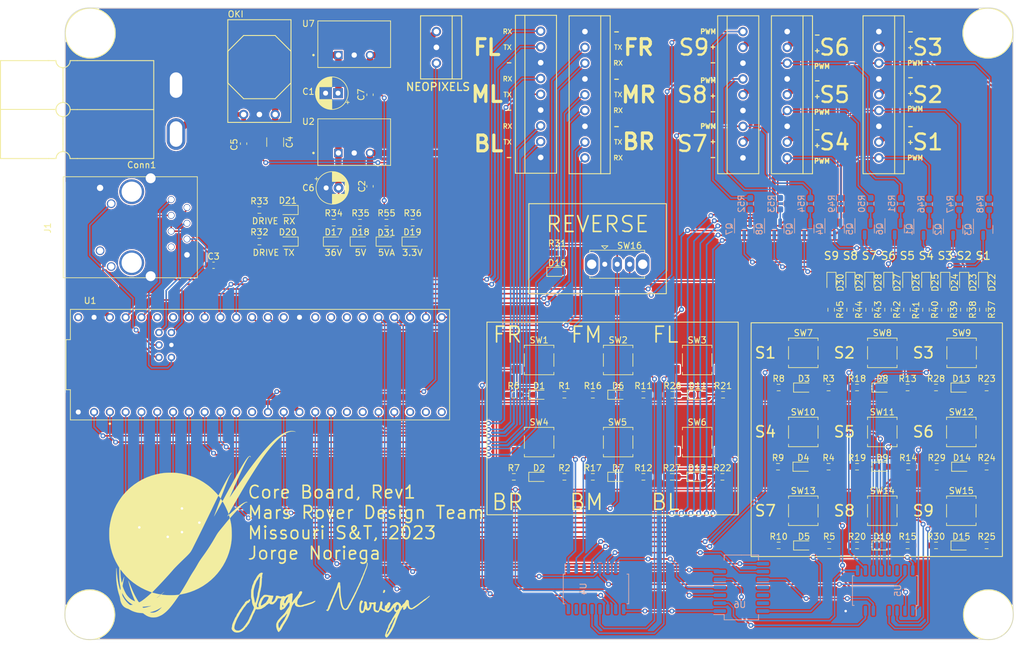
<source format=kicad_pcb>
(kicad_pcb (version 20211014) (generator pcbnew)
  (layers (0 "F.Cu" signal) (31 "B.Cu" signal) (34 "B.Paste" user) (35 "F.Paste" user) (36 "B.SilkS" user "B.Silkscreen") (37 "F.SilkS" user "F.Silkscreen") (38 "B.Mask" user) (39 "F.Mask" user) (44 "Edge.Cuts" user))
  (net 0 "")
  (net 1 "+36V")
  (net 2 "GND")
  (net 3 "+5V")
  (net 4 "+3V3")
  (net 5 "Net-(C3-Pad1)")
  (net 6 "ServoPWM1")
  (net 7 "ServoPWM2")
  (net 8 "ServoPWM3")
  (net 9 "ServoPWM4")
  (net 10 "ServoPWM5")
  (net 11 "ServoPWM6")
  (net 12 "ServoPWM7")
  (net 13 "ServoPWM8")
  (net 14 "ServoPWM9")
  (net 15 "BRRX")
  (net 16 "BRTX")
  (net 17 "MRRX")
  (net 18 "MRTX")
  (net 19 "FRRX")
  (net 20 "FRTX")
  (net 21 "BLRX")
  (net 22 "BLTX")
  (net 23 "MLRX")
  (net 24 "MLTX")
  (net 25 "FLRX")
  (net 26 "FLTX")
  (net 27 "NeoPixels")
  (net 28 "Net-(D1-Pad1)")
  (net 29 "Net-(D8-Pad1)")
  (net 30 "Net-(D2-Pad1)")
  (net 31 "Net-(D9-Pad1)")
  (net 32 "Net-(D3-Pad1)")
  (net 33 "Net-(D12-Pad1)")
  (net 34 "Net-(D4-Pad1)")
  (net 35 "Net-(D13-Pad1)")
  (net 36 "Net-(D5-Pad1)")
  (net 37 "Net-(D14-Pad1)")
  (net 38 "Net-(D6-Pad1)")
  (net 39 "Net-(D15-Pad1)")
  (net 40 "Net-(D7-Pad1)")
  (net 41 "Net-(D16-Pad2)")
  (net 42 "Net-(D17-Pad2)")
  (net 43 "Net-(D18-Pad2)")
  (net 44 "Net-(D19-Pad2)")
  (net 45 "Net-(D20-Pad2)")
  (net 46 "Net-(D21-Pad2)")
  (net 47 "Net-(D22-Pad1)")
  (net 48 "Net-(D22-Pad2)")
  (net 49 "Net-(D23-Pad1)")
  (net 50 "Net-(D23-Pad2)")
  (net 51 "Net-(D24-Pad1)")
  (net 52 "Net-(D24-Pad2)")
  (net 53 "Net-(D25-Pad1)")
  (net 54 "Net-(D25-Pad2)")
  (net 55 "LEDTX")
  (net 56 "LEDRX")
  (net 57 "Net-(D26-Pad1)")
  (net 62 "Net-(D26-Pad2)")
  (net 63 "Net-(D27-Pad1)")
  (net 69 "Net-(D28-Pad1)")
  (net 75 "Net-(D10-Pad1)")
  (net 76 "Net-(D11-Pad1)")
  (net 77 "Net-(D29-Pad1)")
  (net 78 "Net-(D30-Pad1)")
  (net 79 "/TX+")
  (net 80 "/TX-")
  (net 81 "/RX+")
  (net 83 "Net-(J1-Pad10)")
  (net 86 "B1")
  (net 87 "B4")
  (net 88 "B7")
  (net 89 "B10")
  (net 90 "B13")
  (net 91 "B2")
  (net 92 "B5")
  (net 93 "B8")
  (net 94 "B11")
  (net 95 "B14")
  (net 96 "B3")
  (net 97 "B6")
  (net 98 "B9")
  (net 99 "B12")
  (net 100 "B15")
  (net 101 "REVERSE")
  (net 102 "OUT3")
  (net 103 "OUT2")
  (net 104 "OUT1")
  (net 105 "OUT0")
  (net 106 "Net-(U4-Pad6)")
  (net 107 "Net-(U4-Pad7)")
  (net 108 "Net-(U4-Pad9)")
  (net 111 "Net-(U5-Pad6)")
  (net 112 "Net-(U5-Pad7)")
  (net 113 "Net-(U5-Pad9)")
  (net 118 "/RX-")
  (net 119 "Net-(D27-Pad2)")
  (net 120 "Net-(D28-Pad2)")
  (net 121 "Net-(D29-Pad2)")
  (net 122 "Net-(D30-Pad2)")
  (net 123 "+5VA")
  (net 124 "Net-(Q1-Pad2)")
  (net 125 "Net-(Q2-Pad2)")
  (net 126 "Net-(Q3-Pad2)")
  (net 127 "Net-(Q4-Pad2)")
  (net 128 "Net-(Q5-Pad2)")
  (net 129 "Net-(Q6-Pad2)")
  (net 130 "Net-(Q7-Pad2)")
  (net 131 "Net-(Q8-Pad2)")
  (net 132 "Net-(Q9-Pad2)")
  (net 133 "Net-(D31-Pad2)")
  (footprint "LED_SMD:LED_0603_1608Metric_Pad1.05x0.95mm_HandSolder" (layer "F.Cu") (at 175.815 124.573)
    (fp_text reference "D15")
    (fp_text value "BLUE")
  )
  (footprint "Resistor_SMD:R_0603_1608Metric_Pad0.98x0.95mm_HandSolder" (layer "F.Cu") (at 116.586 100.33)
    (fp_text reference "R16")
    (fp_text value "120")
  )
  (footprint "Signatures:Jorge_Noriega_34mmx15mm" (layer "F.Cu") (at 73.914 134.055825)
    (fp_text reference "G***" hide)
    (fp_text value "LOGO" hide)
  )
  (footprint "MRDT_Devices:OKI_Horizontal" (layer "F.Cu") (at 65.532 55.245 180)
    (fp_text reference "U3" hide)
    (fp_text value "OKI")
  )
  (footprint "Resistor_SMD:R_0603_1608Metric_Pad0.98x0.95mm_HandSolder" (layer "F.Cu") (at 74.93 72.644)
    (fp_text reference "R34")
    (fp_text value "3k")
  )
  (footprint "LED_SMD:LED_0603_1608Metric_Pad1.05x0.95mm_HandSolder" (layer "F.Cu") (at 67.564 70.612 180)
    (fp_text reference "D21")
    (fp_text value "YELLOW")
  )
  (footprint "LED_SMD:LED_0603_1608Metric_Pad1.05x0.95mm_HandSolder" (layer "F.Cu") (at 154.94 82.296 -90)
    (fp_text reference "D30")
    (fp_text value "BLUE")
  )
  (footprint "Capacitor_THT:CP_Radial_D5.0mm_P2.00mm" (layer "F.Cu") (at 75.631113 51.816 180)
    (fp_text reference "C1")
    (fp_text value "22uF")
  )
  (footprint "LED_SMD:LED_0603_1608Metric_Pad1.05x0.95mm_HandSolder" (layer "F.Cu") (at 74.93 75.692)
    (fp_text reference "D17")
    (fp_text value "GREEN")
  )
  (footprint "MRDT_Connectors:RJ45_Teensy" (layer "F.Cu") (at 29.464 73.506 -90)
    (fp_text reference "J1")
    (fp_text value "RJ45_LED_Shielded")
  )
  (footprint "MRDT_Connectors:MOLEX_SL_09_Vertical" (layer "F.Cu") (at 115.316 41.91 -90)
    (fp_text reference "Conn4" hide)
    (fp_text value "Molex_SL_09")
  )
  (footprint "LED_SMD:LED_0603_1608Metric_Pad1.05x0.95mm_HandSolder" (layer "F.Cu") (at 83.4155 75.692)
    (fp_text reference "D31")
    (fp_text value "GREEN")
  )
  (footprint "LED_SMD:LED_0603_1608Metric_Pad1.05x0.95mm_HandSolder" (layer "F.Cu") (at 150.5185 124.573)
    (fp_text reference "D5")
    (fp_text value "BLUE")
  )
  (footprint "LED_SMD:LED_0603_1608Metric_Pad1.05x0.95mm_HandSolder" (layer "F.Cu") (at 163.115 124.573)
    (fp_text reference "D10")
    (fp_text value "BLUE")
  )
  (footprint "Resistor_SMD:R_0603_1608Metric_Pad0.98x0.95mm_HandSolder" (layer "F.Cu") (at 159.051 99.173)
    (fp_text reference "R18")
    (fp_text value "120")
  )
  (footprint "Resistor_SMD:R_0603_1608Metric_Pad0.98x0.95mm_HandSolder" (layer "F.Cu") (at 170.133 86.6515 -90)
    (fp_text reference "R40")
    (fp_text value "300")
  )
  (footprint "LED_SMD:LED_0603_1608Metric_Pad1.05x0.95mm_HandSolder" (layer "F.Cu") (at 170.18 82.296 -90)
    (fp_text reference "D25")
    (fp_text value "BLUE")
  )
  (footprint "MRDT_Drill_Holes:4_40_Hole_Corner" (layer "F.Cu") (at 176.07788 46.17212)
    (fp_text reference "V3" hide)
    (fp_text value "Via" hide)
  )
  (footprint "LED_SMD:LED_0603_1608Metric_Pad1.05x0.95mm_HandSolder" (layer "F.Cu") (at 164.084 82.296 -90)
    (fp_text reference "D27")
    (fp_text value "BLUE")
  )
  (footprint "Button_Switch_SMD:SW_SPST_TL3305A" (layer "F.Cu") (at 175.859 93.585)
    (fp_text reference "SW9")
    (fp_text value "SW_Push")
  )
  (footprint "Resistor_SMD:R_0603_1608Metric_Pad0.98x0.95mm_HandSolder" (layer "F.Cu") (at 167.179 124.573)
    (fp_text reference "R15")
    (fp_text value "4.7k")
  )
  (footprint "LED_SMD:LED_0603_1608Metric_Pad1.05x0.95mm_HandSolder" (layer "F.Cu") (at 79.248 75.692)
    (fp_text reference "D18")
    (fp_text value "GREEN")
  )
  (footprint "Resistor_SMD:R_0603_1608Metric_Pad0.98x0.95mm_HandSolder" (layer "F.Cu") (at 124.714 100.33)
    (fp_text reference "R11")
    (fp_text value "4.7k")
  )
  (footprint "Resistor_SMD:R_0603_1608Metric_Pad0.98x0.95mm_HandSolder" (layer "F.Cu") (at 103.8485 100.33)
    (fp_text reference "R6")
    (fp_text value "120")
  )
  (footprint "Resistor_SMD:R_0603_1608Metric_Pad0.98x0.95mm_HandSolder" (layer "F.Cu") (at 62.992 75.692)
    (fp_text reference "R32")
    (fp_text value "100")
  )
  (footprint "Button_Switch_THT:SW_Slide_1P2T_CK_OS102011MS2Q" (layer "F.Cu") (at 118.50325 79.335)
    (fp_text reference "SW16")
    (fp_text value "SW_SPDT")
  )
  (footprint "Resistor_SMD:R_0603_1608Metric_Pad0.98x0.95mm_HandSolder" (layer "F.Cu") (at 154.479 99.173)
    (fp_text reference "R3")
    (fp_text value "4.7k")
  )
  (footprint "MRDT_Drill_Holes:4_40_Hole_Corner" (layer "F.Cu") (at 39.82212 46.17212 90)
    (fp_text reference "V2" hide)
    (fp_text value "Via" hide)
  )
  (footprint "LED_SMD:LED_0603_1608Metric_Pad1.05x0.95mm_HandSolder" (layer "F.Cu") (at 179.324 82.296 -90)
    (fp_text reference "D22")
    (fp_text value "BLUE")
  )
  (footprint "Resistor_SMD:R_0603_1608Metric_Pad0.98x0.95mm_HandSolder" (layer "F.Cu") (at 179.879 99.173)
    (fp_text reference "R23")
    (fp_text value "4.7k")
  )
  (footprint "LED_SMD:LED_0603_1608Metric_Pad1.05x0.95mm_HandSolder" (layer "F.Cu") (at 87.583 75.692)
    (fp_text reference "D19")
    (fp_text value "GREEN")
  )
  (footprint "Resistor_SMD:R_0603_1608Metric_Pad0.98x0.95mm_HandSolder" (layer "F.Cu") (at 157.941 86.6515 -90)
    (fp_text reference "R44")
    (fp_text value "300")
  )
  (footprint "Button_Switch_SMD:SW_SPST_TL3305A" (layer "F.Cu") (at 175.815 118.985)
    (fp_text reference "SW15")
    (fp_text value "SW_Push")
  )
  (footprint "Capacitor_THT:CP_Radial_D5.0mm_P2.00mm" (layer "F.Cu") (at 73.720888 67.056)
    (fp_text reference "C6")
    (fp_text value "22uF")
  )
  (footprint "LED_SMD:LED_0603_1608Metric_Pad1.05x0.95mm_HandSolder" (layer "F.Cu") (at 133.35 113.538)
    (fp_text reference "D12")
    (fp_text value "BLUE")
  )
  (footprint "Resistor_SMD:R_0603_1608Metric_Pad0.98x0.95mm_HandSolder" (layer "F.Cu") (at 62.992 70.612)
    (fp_text reference "R33")
    (fp_text value "300")
  )
  (footprint "Resistor_SMD:R_0603_1608Metric_Pad0.98x0.95mm_HandSolder" (layer "F.Cu") (at 137.5175 100.33)
    (fp_text reference "R21")
    (fp_text value "4.7k")
  )
  (footprint "MRDT_Connectors:MOLEX_SL_09_Vertical" (layer "F.Cu") (at 108.204001 62.154997 90)
    (fp_text reference "Conn3" hide)
    (fp_text value "Molex_SL_09")
  )
  (footprint "LED_SMD:LED_0603_1608Metric_Pad1.05x0.95mm_HandSolder" (layer "F.Cu") (at 157.988 82.296 -90)
    (fp_text reference "D29")
    (fp_text value "BLUE")
  )
  (footprint "Resistor_SMD:R_0603_1608Metric_Pad0.98x0.95mm_HandSolder" (layer "F.Cu") (at 173.181 86.6515 -90)
    (fp_text reference "R39")
    (fp_text value "300")
  )
  (footprint "MRDT_Connectors:MOLEX_SL_09_Vertical" (layer "F.Cu") (at 162.56 41.91 -90)
    (fp_text reference "Conn5" hide)
    (fp_text value "Molex_SL_09")
  )
  (footprint "Button_Switch_SMD:SW_SPST_TL3305A" (layer "F.Cu") (at 120.65 107.95)
    (fp_text reference "SW5")
    (fp_text value "SW_Push")
  )
  (footprint "Resistor_SMD:R_0603_1608Metric_Pad0.98x0.95mm_HandSolder" (layer "F.Cu") (at 167.085 86.6515 -90)
    (fp_text reference "R41")
    (fp_text value "300")
  )
  (footprint "Resistor_SMD:R_0603_1608Metric_Pad0.98x0.95mm_HandSolder" (layer "F.Cu") (at 112.014 113.538)
    (fp_text reference "R2")
    (fp_text value "4.7k")
  )
  (footprint "MRDT_Drill_Holes:4_40_Hole_Corner" (layer "F.Cu") (at 39.7397 131.7103 180)
    (fp_text reference "V4" hide)
    (fp_text value "Via" hide)
  )
  (footprint "Capacitor_SMD:C_0603_1608Metric_Pad1.08x0.95mm_HandSolder" (layer "F.Cu") (at 80.772 66.802 -90)
    (fp_text reference "C2")
    (fp_text value "22uF")
  )
  (footprint "LED_SMD:LED_0603_1608Metric_Pad1.05x0.95mm_HandSolder" (layer "F.Cu") (at 173.228 82.296 -90)
    (fp_text reference "D24")
    (fp_text value "BLUE")
  )
  (footprint "LED_SMD:LED_0603_1608Metric_Pad1.05x0.95mm_HandSolder" (layer "F.Cu") (at 107.95 113.538)
    (fp_text reference "D2")
    (fp_text value "BLUE")
  )
  (footprint "LED_SMD:LED_0603_1608Metric_Pad1.05x0.95mm_HandSolder" (layer "F.Cu") (at 175.9185 111.906)
    (fp_text reference "D14")
    (fp_text value "BLUE")
  )
  (footprint "Resistor_SMD:R_0603_1608Metric_Pad0.98x0.95mm_HandSolder" (layer "F.Cu") (at 103.886 113.538)
    (fp_text reference "R7")
    (fp_text value "120")
  )
  (footprint "MRDT_Connectors:MOLEX_SL_03_Vertical" (layer "F.Cu") (at 91.44 41.91 -90)
    (fp_text reference "Conn2" hide)
    (fp_text value "Molex_SL_03")
  )
  (footprint "Resistor_SMD:R_0603_1608Metric_Pad0.98x0.95mm_HandSolder" (layer "F.Cu") (at 171.751 99.173)
    (fp_text reference "R28")
    (fp_text value "120")
  )
  (footprint "Resistor_SMD:R_0603_1608Metric_Pad0.98x0.95mm_HandSolder" (layer "F.Cu") (at 137.414 113.538)
    (fp_text reference "R22")
    (fp_text value "4.7k")
  )
  (footprint "Resistor_SMD:R_0603_1608Metric_Pad0.98x0.95mm_HandSolder" (layer "F.Cu") (at 179.879 111.906)
    (fp_text reference "R24")
    (fp_text value "4.7k")
  )
  (footprint "Resistor_SMD:R_0603_1608Metric_Pad0.98x0.95mm_HandSolder" (layer "F.Cu") (at 124.714 113.538)
    (fp_text reference "R12")
    (fp_text value "4.7k")
  )
  (footprint "Resistor_SMD:R_0603_1608Metric_Pad0.98x0.95mm_HandSolder" (layer "F.Cu") (at 87.63 72.644)
    (fp_text reference "R36")
    (fp_text value "100")
  )
  (footprint "Resistor_SMD:R_0603_1608Metric_Pad0.98x0.95mm_HandSolder" (layer "F.Cu") (at 171.8545 111.906)
    (fp_text reference "R29")
    (fp_text value "120")
  )
  (footprint "LED_SMD:LED_0603_1608Metric_Pad1.05x0.95mm_HandSolder" (layer "F.Cu") (at 163.115 99.173)
    (fp_text reference "D8")
    (fp_text value "BLUE")
  )
  (footprint "Button_Switch_SMD:SW_SPST_TL3305A" (layer "F.Cu") (at 107.95 94.742)
    (fp_text reference "SW1")
    (fp_text value "SW_Push")
  )
  (footprint "LED_SMD:LED_0603_1608Metric_Pad1.05x0.95mm_HandSolder" (layer "F.Cu") (at 120.65 100.33)
    (fp_text reference "D6")
    (fp_text value "BLUE")
  )
  (footprint "Resistor_SMD:R_0603_1608Metric_Pad0.98x0.95mm_HandSolder" (layer "F.Cu") (at 171.751 124.573)
    (fp_text reference "R30")
    (fp_text value "120")
  )
  (footprint "MRDT_Silkscreens:0_MRDT_Logo_30mm" (layer "F.Cu") (at 53.848 121.158)
    (fp_text reference "G***" hide)
    (fp_text value "LOGO" hide)
  )
  (footprint "LED_SMD:LED_0603_1608Metric_Pad1.05x0.95mm_HandSolder" (layer "F.Cu") (at 175.815 99.173)
    (fp_text reference "D13")
    (fp_text value "BLUE")
  )
  (footprint "Resistor_SMD:R_0603_1608Metric_Pad0.98x0.95mm_HandSolder" (layer "F.Cu") (at 164.037 86.6515 -90)
    (fp_text reference "R42")
    (fp_text value "300")
  )
  (footprint "MRDT_Shields:Teensy_4_1_Ethernet" (layer "F.Cu") (at 63.088 95.4905)
    (fp_text reference "U1")
    (fp_text value "Teensy4.1_DEV-16771")
  )
  (footprint "Button_Switch_SMD:SW_SPST_TL3305A" (layer "F.Cu") (at 163.115 118.985)
    (fp_text reference "SW14")
    (fp_text value "SW_Push")
  )
  (footprint "Capacitor_SMD:C_1210_3225Metric_Pad1.33x2.70mm_HandSolder" (layer "F.Cu") (at 65.532 59.69 -90)
    (fp_text reference "C4")
    (fp_text value "10uF")
  )
  (footprint "Button_Switch_SMD:SW_SPST_TL3305A" (layer "F.Cu") (at 150.415 106.318)
    (fp_text reference "SW10")
    (fp_text value "SW_Push")
  )
  (footprint "Capacitor_SMD:C_0603_1608Metric_Pad1.08x0.95mm_HandSolder" (layer "F.Cu") (at 55.626 79.502)
    (fp_text reference "C3")
    (fp_text value "0.1uF")
  )
  (footprint "Resistor_SMD:R_0603_1608Metric_Pad0.98x0.95mm_HandSolder" (layer "F.Cu") (at 159.051 124.573)
    (fp_text reference "R20")
    (fp_text value "120")
  )
  (footprint "Resistor_SMD:R_0603_1608Metric_Pad0.98x0.95mm_HandSolder" (layer "F.Cu") (at 146.4545 99.173)
    (fp_text reference "R8")
    (fp_text value "120")
  )
  (footprint "Capacitor_SMD:C_0603_1608Metric_Pad1.08x0.95mm_HandSolder" (layer "F.Cu") (at 60.452 59.944 -90)
    (fp_text reference "C5")
    (fp_text value "10uF")
  )
  (footprint "Resistor_SMD:R_0603_1608Metric_Pad0.98x0.95mm_HandSolder" (layer "F.Cu") (at 160.989 86.6515 -90)
    (fp_text reference "R43")
    (fp_text value "300")
  )
  (footprint "Resistor_SMD:R_0603_1608Metric_Pad0.98x0.95mm_HandSolder" (layer "F.Cu") (at 146.4545 124.573)
    (fp_text reference "R10")
    (fp_text value "120")
  )
  (footprint "MRDT_Drill_Holes:4_40_Hole_Corner" (layer "F.Cu") (at 176.1603 131.7103 -90)
    (fp_text reference "V1" hide)
    (fp_text value "Via" hide)
  )
  (footprint "MRDT_Connectors:Square_Anderson_2_H_Side_By_Side" (layer "F.Cu") (at 49.9668 49.971)
    (fp_text reference "Conn1")
    (fp_text value "AndersonPP")
  )
  (footprint "Resistor_SMD:R_0603_1608Metric_Pad0.98x0.95mm_HandSolder" (layer "F.Cu") (at 79.1445 72.644)
    (fp_text reference "R35")
    (fp_text value "300")
  )
  (footprint "LED_SMD:LED_0603_1608Metric_Pad1.05x0.95mm_HandSolder" (layer "F.Cu") (at 67.566 75.692 180)
    (fp_text reference "D20")
    (fp_text value "BLUE")
  )
  (footprint "Resistor_SMD:R_0603_1608Metric_Pad0.98x0.95mm_HandSolder" (layer "F.Cu") (at 179.879 124.573)
    (fp_text reference "R25")
    (fp_text value "4.7k")
  )
  (footprint "Resistor_SMD:R_0603_1608Metric_Pad0.98x0.95mm_HandSolder" (layer "F.Cu") (at 176.229 86.6515 -90)
    (fp_text reference "R38")
    (fp_text value "300")
  )
  (footprint "Button_Switch_SMD:SW_SPST_TL3305A" (layer "F.Cu") (at 150.415 118.985)
    (fp_text reference "SW13")
    (fp_text value "SW_Push")
  )
  (footprint "Resistor_SMD:R_0603_1608Metric_Pad0.98x0.95mm_HandSolder" (layer "F.Cu") (at 179.277 86.6515 -90)
    (fp_text reference "R37")
    (fp_text value "300")
  )
  (footprint "Resistor_SMD:R_0603_1608Metric_Pad0.98x0.95mm_HandSolder" (layer "F.Cu") (at 159.051 111.906)
    (fp_text reference "R19")
    (fp_text value "120")
  )
  (footprint "LED_SMD:LED_0603_1608Metric_Pad1.05x0.95mm_HandSolder" (layer "F.Cu") (at 176.276 82.296 -90)
    (fp_text reference "D23")
    (fp_text value "BLUE")
  )
  (footprint "Resistor_SMD:R_0603_1608Metric_Pad0.98x0.95mm_HandSolder" (layer "F.Cu") (at 129.286 113.538)
    (fp_text reference "R27")
    (fp_text value "120")
  )
  (footprint "Resistor_SMD:R_0603_1608Metric_Pad0.98x0.95mm_HandSolder" (layer "F.Cu") (at 116.586 113.538)
    (fp_text reference "R17")
    (fp_text value "120")
  )
  (footprint "MRDT_Devices:TSR_1-2433" (layer "F.Cu") (at 78.232 43.942)
    (fp_text reference "U7")
    (fp_text value "TSR_1-2450")
  )
  (footprint "LED_SMD:LED_0603_1608Metric_Pad1.05x0.95mm_HandSolder" (layer "F.Cu") (at 150.415 111.906)
    (fp_text reference "D4")
    (fp_text value "BLUE")
  )
  (footprint "Resistor_SMD:R_0603_1608Metric_Pad0.98x0.95mm_HandSolder" (layer "F.Cu") (at 112.014 100.33)
    (fp_text reference "R1")
    (fp_text value "4.7k")
  )
  (footprint "Button_Switch_SMD:SW_SPST_TL3305A" (layer "F.Cu") (at 163.115 93.585)
    (fp_text reference "SW8")
    (fp_text value "SW_Push")
  )
  (footprint "Button_Switch_SMD:SW_SPST_TL3305A" (layer "F.Cu") (at 163.115 106.318)
    (fp_text reference "SW11")
    (fp_text value "SW_Push")
  )
  (footprint "Resistor_SMD:R_0603_1608Metric_Pad0.98x0.95mm_HandSolder" (layer "F.Cu") (at 83.4155 72.644)
    (fp_text reference "R55")
    (fp_text value "300")
  )
  (footprint "LED_SMD:LED_0603_1608Metric_Pad1.05x0.95mm_HandSolder" (layer "F.Cu") (at 110.85125 80.5615)
    (fp_text reference "D16")
    (fp_text value "BLUE")
  )
  (footprint "Resistor_SMD:R_0603_1608Metric_Pad0.98x0.95mm_HandSolder" (layer "F.Cu") (at 154.893 86.6515 -90)
    (fp_text reference "R45")
    (fp_text value "300")
  )
  (footprint "Resistor_SMD:R_0603_1608Metric_Pad0.98x0.95mm_HandSolder" (layer "F.Cu") (at 129.3895 100.33)
    (fp_text reference "R26")
    (fp_text value "120")
  )
  (footprint "LED_SMD:LED_0603_1608Metric_Pad1.05x0.95mm_HandSolder" (layer "F.Cu") (at 163.115 111.906)
    (fp_text reference "D9")
    (fp_text value "BLUE")
  )
  (footprint "LED_SMD:LED_0603_1608Metric_Pad1.05x0.95mm_HandSolder" (layer "F.Cu") (at 150.5185 99.173)
    (fp_text reference "D3")
    (fp_text value "BLUE")
  )
  (footprint "LED_SMD:LED_0603_1608Metric_Pad1.05x0.95mm_HandSolder" (layer "F.Cu") (at 120.65 113.538)
    (fp_text reference "D7")
    (fp_text value "BLUE")
  )
  (footprint "Resistor_SMD:R_0603_1608Metric_Pad0.98x0.95mm_HandSolder" (layer "F.Cu") (at 146.351 111.906)
    (fp_text reference "R9")
    (fp_text value "120")
  )
  (footprint "Resistor_SMD:R_0603_1608Metric_Pad0.98x0.95mm_HandSolder" (layer "F.Cu") (at 154.5825 124.573)
    (fp_text reference "R5")
    (fp_text value "4.7k")
  )
  (footprint "Resistor_SMD:R_0603_1608Metric_Pad0.98x0.95mm_HandSolder" (layer "F.Cu") (at 167.179 99.173)
    (fp_text reference "R13")
    (fp_text value "4.7k")
  )
  (footprint "Button_Switch_SMD:SW_SPST_TL3305A" (layer "F.Cu") (at 107.95 107.95)
    (fp_text reference "SW4")
    (fp_text value "SW_Push")
  )
  (footprint "Capacitor_SMD:C_0603_1608Metric_Pad1.08x0.95mm_HandSolder" (layer "F.Cu") (at 80.772 52.07 90)
    (fp_text reference "C7")
    (fp_text value "22uF")
  )
  (footprint "Resistor_SMD:R_0603_1608Metric_Pad0.98x0.95mm_HandSolder" (layer "F.Cu") (at 167.2825 111.906)
    (fp_text reference "R14")
    (fp_text value "4.7k")
  )
  (footprint "LED_SMD:LED_0603_1608Metric_Pad1.05x0.95mm_HandSolder" (layer "F.Cu") (at 167.132 82.296 -90)
    (fp_text reference "D26")
    (fp_text value "BLUE")
  )
  (footprint "Button_Switch_SMD:SW_SPST_TL3305A" (layer "F.Cu") (at 133.35 107.95)
    (fp_text reference "SW6")
    (fp_text value "SW_Push")
  )
  (footprint "LED_SMD:LED_0603_1608Metric_Pad1.05x0.95mm_HandSolder" (layer "F.Cu") (at 161.036 82.296 -90)
    (fp_text reference "D28")
    (fp_text value "BLUE")
  )
  (footprint "LED_SMD:LED_0603_1608Metric_Pad1.05x0.95mm_HandSolder" (layer "F.Cu") (at 107.95 100.33)
    (fp_text reference "D1")
    (fp_text value "BLUE")
  )
  (footprint "Button_Switch_SMD:SW_SPST_TL3305A" (layer "F.Cu") (at 120.65 94.742)
    (fp_text reference "SW2")
    (fp_text value "SW_Push")
  )
  (footprint "LED_SMD:LED_0603_1608Metric_Pad1.05x0.95mm_HandSolder" (layer "F.Cu") (at 133.4535 100.33)
    (fp_text reference "D11")
    (fp_text value "BLUE")
  )
  (footprint "Resistor_SMD:R_0603_1608Metric_Pad0.98x0.95mm_HandSolder" (layer "F.Cu") (at 110.85125 77.5135 180)
    (fp_text reference "R31")
    (fp_text value "120")
  )
  (footprint "Button_Switch_SMD:SW_SPST_TL3305A" (layer "F.Cu") (at 133.35 94.742)
    (fp_text reference "SW3")
    (fp_text value "SW_Push")
  )
  (footprint "Resistor_SMD:R_0603_1608Metric_Pad0.98x0.95mm_HandSolder" (layer "F.Cu") (at 154.479 111.906)
    (fp_text reference "R4")
    (fp_text value "4.7k")
  )
  (footprint "MRDT_Connectors:MOLEX_SL_09_Vertical" (layer "F.Cu") (at 140.716 62.23 90)
    (fp_text reference "Conn7" hide)
    (fp_text value "Molex_SL_09")
  )
  (footprint "Button_Switch_SMD:SW_SPST_TL3305A" (layer "F.Cu") (at 175.815 106.318)
    (fp_text reference "SW12")
    (fp_text value "SW_Push")
  )
  (footprint "MRDT_Devices:TSR_1-2433" (layer "F.Cu") (at 78.232 59.69)
    (fp_text reference "U2")
    (fp_text value "TSR_1-2450")
  )
  (footprint "Button_Switch_SMD:SW_SPST_TL3305A" (layer "F.Cu") (at 150.415 93.585)
    (fp_text reference "SW7")
    (fp_text value "SW_Push")
  )
  (footprint "MRDT_Connectors:MOLEX_SL_09_Vertical" (layer "F.Cu") (at 147.828 41.91 -90)
    (fp_text reference "Conn6" hide)
    (fp_text value "Molex_SL_09")
  )
  (footprint "Resistor_SMD:R_0603_1608Metric_Pad0.98x0.95mm_HandSolder" (layer "B.Cu") (at 170.641 69.6745 -90)
    (fp_text reference "R46")
    (fp_text value "510")
  )
  (footprint "Resistor_SMD:R_0603_1608Metric_Pad0.98x0.95mm_HandSolder" (layer "B.Cu") (at 151.544 69.596 -90)
    (fp_text reference "R54")
    (fp_text value "510")
  )
  (footprint "Package_TO_SOT_SMD:SOT-23" (layer "B.Cu") (at 160.274 73.66 -90)
    (fp_text reference "Q5")
    (fp_text value "Q_NMOS_DGS")
  )
  (footprint "Resistor_SMD:R_0603_1608Metric_Pad0.98x0.95mm_HandSolder" (layer "B.Cu") (at 175.467 69.6745 -90)
    (fp_text reference "R47")
    (fp_text value "510")
  )
  (footprint "Package_TO_SOT_SMD:SOT-23" (layer "B.Cu") (at 140.923 73.66 -90)
    (fp_text reference "Q7")
    (fp_text value "Q_NMOS_DGS")
  )
  (footprint "Package_SO:SOIC-16_4.55x10.3mm_P1.27mm" (layer "B.Cu") (at 117.094 131.572 -90)
    (fp_text reference "U4")
    (fp_text value "74HC148")
  )
  (footprint "Package_TO_SOT_SMD:SOT-23" (layer "B.Cu") (at 165.1 73.66 -90)
    (fp_text reference "Q6")
    (fp_text value "Q_NMOS_DGS")
  )
  (footprint "Package_TO_SOT_SMD:SOT-23" (layer "B.Cu") (at 179.324 73.7385 -90)
    (fp_text reference "Q3")
    (fp_text value "Q_NMOS_DGS")
  )
  (footprint "Package_SO:SOIC-16_4.55x10.3mm_P1.27mm" (layer "B.Cu") (at 163.576 131.826 90)
    (fp_text reference "U5")
    (fp_text value "74HC148")
  )
  (footprint "Package_TO_SOT_SMD:SOT-23" (layer "B.Cu") (at 150.575 73.66 -90)
    (fp_text reference "Q9")
    (fp_text value "Q_NMOS_DGS")
  )
  (footprint "Resistor_SMD:R_0603_1608Metric_Pad0.98x0.95mm_HandSolder" (layer "B.Cu") (at 161.243 69.596 -90)
    (fp_text reference "R50")
    (fp_text value "510")
  )
  (footprint "Resistor_SMD:R_0603_1608Metric_Pad0.98x0.95mm_HandSolder" (layer "B.Cu") (at 180.293 69.6745 -90)
    (fp_text reference "R48")
    (fp_text value "510")
  )
  (footprint "Package_TO_SOT_SMD:SOT-23" (layer "B.Cu") (at 174.498 73.7385 -90)
    (fp_text reference "Q2")
    (fp_text value "Q_NMOS_DGS")
  )
  (footprint "Resistor_SMD:R_0603_1608Metric_Pad0.98x0.95mm_HandSolder" (layer "B.Cu") (at 146.718 69.596 -90)
    (fp_text reference "R53")
    (fp_text value "510")
  )
  (footprint "Resistor_SMD:R_0603_1608Metric_Pad0.98x0.95mm_HandSolder" (layer "B.Cu") (at 166.069 69.596 -90)
    (fp_text reference "R51")
    (fp_text value "510")
  )
  (footprint "Package_SO:SO-14_5.3x10.2mm_P1.27mm" (layer "B.Cu") (at 140.462 131.318)
    (fp_text reference "U6")
    (fp_text value "74HC00")
  )
  (footprint "Resistor_SMD:R_0603_1608Metric_Pad0.98x0.95mm_HandSolder" (layer "B.Cu") (at 141.892 69.596 -90)
    (fp_text reference "R52")
    (fp_text value "510")
  )
  (footprint "Package_TO_SOT_SMD:SOT-23" (layer "B.Cu") (at 169.738 73.7385 -90)
    (fp_text reference "Q1")
    (fp_text value "Q_NMOS_DGS")
  )
  (footprint "Package_TO_SOT_SMD:SOT-23" (layer "B.Cu") (at 145.749 73.66 -90)
    (fp_text reference "Q8")
    (fp_text value "Q_NMOS_DGS")
  )
  (footprint "Resistor_SMD:R_0603_1608Metric_Pad0.98x0.95mm_HandSolder" (layer "B.Cu") (at 156.417 69.596 -90)
    (fp_text reference "R49")
    (fp_text value "510")
  )
  (footprint "Package_TO_SOT_SMD:SOT-23" (layer "B.Cu") (at 155.448 73.66 -90)
    (fp_text reference "Q4")
    (fp_text value "Q_NMOS_DGS")
  )
  (gr_rect (start 142.033 88.759) (end 182.419 126.351) (layer "F.SilkS") (width 0.15) (fill none))
  (gr_rect (start 128.397 84.074) (end 106.299 69.596) (layer "F.SilkS") (width 0.15) (fill none))
  (gr_rect (start 139.954 88.646) (end 99.568 119.634) (layer "F.SilkS") (width 0.15) (fill none))
  (gr_arc (start 184.15 135.89) (mid 183.034077 138.584077) (end 180.34 139.7) (layer "Edge.Cuts") (width 0.1))
  (gr_line (start 180.34 139.7) (end 35.56 139.7) (layer "Edge.Cuts") (width 0.1))
  (gr_line (start 184.15 41.91) (end 184.15 135.89) (layer "Edge.Cuts") (width 0.1))
  (gr_arc (start 35.56 139.7) (mid 32.865923 138.584077) (end 31.75 135.89) (layer "Edge.Cuts") (width 0.1))
  (gr_line (start 31.75 135.89) (end 31.75 41.91) (layer "Edge.Cuts") (width 0.1))
  (gr_line (start 35.56 38.1) (end 180.34 38.1) (layer "Edge.Cuts") (width 0.1))
  (gr_arc (start 31.75 41.91) (mid 32.865923 39.215923) (end 35.56 38.1) (layer "Edge.Cuts") (width 0.1))
  (gr_arc (start 180.34 38.1) (mid 183.034077 39.215923) (end 184.15 41.91) (layer "Edge.Cuts") (width 0.1))
  (gr_text "+" (at 135.89 44.45 180) (layer "F.SilkS") (effects (font (size 0.762 0.762) (thickness 0.1905))))
  (gr_text "RX" (at 120.65 46.99) (layer "F.SilkS") (effects (font (size 0.762 0.762))))
  (gr_text "NEOPIXELS" (at 91.694 50.8) (layer "F.SilkS") (effects (font (size 1.27 1.27) (thickness 0.2032))))
  (gr_text "-" (at 167.64 57.15) (layer "F.SilkS") (effects (font (size 0.762 0.762) (thickness 0.1905))))
  (gr_text "+" (at 167.64 44.45) (layer "F.SilkS") (effects (font (size 0.762 0.762) (thickness 0.1905))))
  (gr_text "S5" (at 155.448 52.07) (layer "F.SilkS") (effects (font (size 2.54 2.54) (thickness 0.381))))
  (gr_text "S5" (at 167.132 77.978) (layer "F.SilkS") (effects (font (size 1.27 1.27) (thickness 0.1905))))
  (gr_text "S9" (at 154.94 77.978) (layer "F.SilkS") (effects (font (size 1.27 1.27) (thickness 0.1905))))
  (gr_text "-" (at 152.654 42.418) (layer "F.SilkS") (effects (font (size 0.762 0.762) (thickness 0.1905))))
  (gr_text "S6" (at 169.719 106.285) (layer "F.SilkS") (effects (font (size 1.778 1.778) (thickness 0.254))))
  (gr_text "PWM" (at 135.128 57.15) (layer "F.SilkS") (effects (font (size 0.762 0.762) (thickness 0.1905))))
  (gr_text "-" (at 135.89 46.99 180) (layer "F.SilkS") (effects (font (size 0.762 0.762) (thickness 0.1905))))
  (gr_text "PWM" (at 168.402 54.356) (layer "F.SilkS") (effects (font (size 0.762 0.762) (thickness 0.1905))))
  (gr_text "Core Board, Rev1\nMars Rover Design Team\nMissouri S&T, 2023\nJorge Noriega" (at 60.96 120.904) (layer "F.SilkS") (effects (font (size 2.032 2.032) (thickness 0.254)) (justify left)))
  (gr_text "TX" (at 120.65 52.07) (layer "F.SilkS") (effects (font (size 0.762 0.762))))
  (gr_text "RX" (at 102.87 57.15) (layer "F.SilkS") (effects (font (size 0.762 0.762))))
  (gr_text "S8" (at 132.588 52.07) (layer "F.SilkS") (effects (font (size 2.54 2.54) (thickness 0.381))))
  (gr_text "-" (at 167.64 49.276) (layer "F.SilkS") (effects (font (size 0.762 0.762) (thickness 0.1905))))
  (gr_text "TX" (at 120.65 44.45) (layer "F.SilkS") (effects (font (size 0.762 0.762))))
  (gr_text "-" (at 103.124 54.61 180) (layer "F.SilkS") (effects (font (size 0.762 0.762) (thickness 0.1905))))
  (gr_text "FL" (at 99.568 44.45) (layer "F.SilkS") (effects (font (size 2.54 2.54) (thickness 0.508))))
  (gr_text "MR" (at 123.952 52.07) (layer "F.SilkS") (effects (font (size 2.54 2.54) (thickness 0.508))))
  (gr_text "PWM" (at 168.402 62.23) (layer "F.SilkS") (effects (font (size 0.762 0.762) (thickness 0.1905))))
  (gr_text "S3" (at 169.719 93.585) (layer "F.SilkS") (effects (font (size 1.778 1.778) (thickness 0.254))))
  (gr_text "S7" (at 132.588 59.944) (layer "F.SilkS") (effects (font (size 2.54 2.54) (thickness 0.381))))
  (gr_text "TX" (at 102.87 52.07) (layer "F.SilkS") (effects (font (size 0.762 0.762))))
  (gr_text "BL" (at 128.27 117.602) (layer "F.SilkS") (effects (font (size 2.54 2.54) (thickness 0.254))))
  (gr_text "FL" (at 128.27 90.678) (layer "F.SilkS") (effects (font (size 2.54 2.54) (thickness 0.254))))
  (gr_text "DRIVE RX" (at 65.278 72.39) (layer "F.SilkS") (effects (font (size 1 1))))
  (gr_text "S8" (at 157.988 77.978) (layer "F.SilkS") (effects (font (size 1.27 1.27) (thickness 0.1905))))
  (gr_text "-" (at 120.396 49.53) (layer "F.SilkS") (effects (font (size 0.762 0.762) (thickness 0.1905))))
  (gr_text "REVERSE" (at 117.348 72.898) (layer "F.SilkS") (effects (font (size 2.54 2.54) (thickness 0.254))))
  (gr_text "S5" (at 157.019 106.285) (layer "F.SilkS") (effects (font (size 1.778 1.778) (thickness 0.254))))
  (gr_text "S9" (at 132.842 44.45) (layer "F.SilkS") (effects (font (size 2.54 2.54) (thickness 0.381))))
  (gr_text "S3" (at 170.434 44.45) (layer "F.SilkS") (effects (font (size 2.54 2.54) (thickness 0.381))))
  (gr_text "+" (at 135.89 59.69 180) (layer "F.SilkS") (effects (font (size 0.762 0.762) (thickness 0.1905))))
  (gr_text "S2" (at 170.434 52.07) (layer "F.SilkS") (effects (font (size 2.54 2.54) (thickness 0.381))))
  (gr_text "RX" (at 102.87 49.53) (layer "F.SilkS") (effects (font (size 0.762 0.762))))
  (gr_text "PWM" (at 153.416 47.498) (layer "F.SilkS") (effects (font (size 0.762 0.762) (thickness 0.1905))))
  (gr_text "S6" (at 164.084 77.978) (layer "F.SilkS") (effects (font (size 1.27 1.27) (thickness 0.1905))))
  (gr_text "FM" (at 115.57 90.678) (layer "F.SilkS") (effects (font (size 2.54 2.54) (thickness 0.254))))
  (gr_text "FR" (at 102.87 90.678) (layer "F.SilkS") (effects (font (size 2.54 2.54) (thickness 0.254))))
  (gr_text "S2" (at 176.276 77.978) (layer "F.SilkS") (effects (font (size 1.27 1.27) (thickness 0.1905))))
  (gr_text "ML" (at 99.568 51.994997) (layer "F.SilkS") (effects (font (size 2.54 2.54) (thickness 0.508))))
  (gr_text "S7" (at 161.036 77.978) (layer "F.SilkS") (effects (font (size 1.27 1.27) (thickness 0.1905))))
  (gr_text "S7" (at 144.319 118.985) (layer "F.SilkS") (effects (font (size 1.778 1.778) (thickness 0.254))))
  (gr_text "PWM" (at 153.416 62.738) (layer "F.SilkS") (effects (font (size 0.762 0.762) (thickness 0.1905))))
  (gr_text "BR" (at 102.87 117.602) (layer "F.SilkS") (effects (font (size 2.54 2.54) (thickness 0.254))))
  (gr_text "S9" (at 169.719 118.985) (layer "F.SilkS") (effects (font (size 1.778 1.778) (thickness 0.254))))
  (gr_text "PWM" (at 135.128 49.784) (layer "F.SilkS") (effects (font (size 0.762 0.762) (thickness 0.1905))))
  (gr_text "PWM" (at 168.402 46.99) (layer "F.SilkS") (effects (font (size 0.762 0.762) (thickness 0.1905))))
  (gr_text "S8" (at 157.019 118.985) (layer "F.SilkS") (effects (font (size 1.778 1.778) (thickness 0.254))))
  (gr_text "-" (at 135.89 54.864 180) (layer "F.SilkS") (effects (font (size 0.762 0.762) (thickness 0.1905))))
  (gr_text "TX" (at 102.87 59.69) (layer "F.SilkS") (effects (font (size 0.762 0.762))))
  (gr_text "-" (at 120.396 41.91) (layer "F.SilkS") (effects (font (size 0.762 0.762) (thickness 0.1905))))
  (gr_text "+" (at 152.654 44.958) (layer "F.SilkS") (effects (font (size 0.762 0.762) (thickness 0.1905))))
  (gr_text "-" (at 152.654 57.658) (layer "F.SilkS") (effects (font (size 0.762 0.762) (thickness 0.1905))))
  (gr_text "5V" (at 79.248 77.47) (layer "F.SilkS") (effects (font (size 1.016 1.016))))
  (gr_text "S4" (at 144.319 106.285) (layer "F.SilkS") (effects (font (size 1.778 1.778) (thickness 0.254))))
  (gr_text "+" (at 135.89 52.324 180) (layer "F.SilkS") (effects (font (size 0.762 0.762) (thickness 0.1905))))
  (gr_text "PWM" (at 135.128 41.91) (layer "F.SilkS") (effects (font (size 0.762 0.762) (thickness 0.1905))))
  (gr_text "RX" (at 120.65 62.23) (layer "F.SilkS") (effects (font (size 0.762 0.762))))
  (gr_text "+" (at 152.654 60.198) (layer "F.SilkS") (effects (font (size 0.762 0.762) (thickness 0.1905))))
  (gr_text "BR" (at 123.952 59.614997) (layer "F.SilkS") (effects (font (size 2.54 2.54) (thickness 0.508))))
  (gr_text "S1" (at 144.319 93.585) (layer "F.SilkS") (effects (font (size 1.778 1.778) (thickness 0.254))))
  (gr_text "5VA" (at 83.4155 77.47) (layer "F.SilkS") (effects (font (size 1.016 1.016))))
  (gr_text "RX" (at 102.87 41.91) (layer "F.SilkS") (effects (font (size 0.762 0.762))))
  (gr_text "S4" (at 170.18 77.978) (layer "F.SilkS") (effects (font (size 1.27 1.27) (thickness 0.1905))))
  (gr_text "S6" (at 155.448 44.45) (layer "F.SilkS") (effects (font (size 2.54 2.54) (thickness 0.381))))
  (gr_text "-" (at 103.124 46.99 180) (layer "F.SilkS") (effects (font (size 0.762 0.762) (thickness 0.1905))))
  (gr_text "+" (at 167.64 51.816) (layer "F.SilkS") (effects (font (size 0.762 0.762) (thickness 0.1905))))
  (gr_text "S3" (at 173.228 77.978) (layer "F.SilkS") (effects (font (size 1.27 1.27) (thickness 0.1905))))
  (gr_text "PWM" (at 153.416 54.864) (layer "F.SilkS") (effects (font (size 0.762 0.762) (thickness 0.1905))))
  (gr_text "-" (at 103.124 62.23 180) (layer "F.SilkS") (effects (font (size 0.762 0.762) (thickness 0.1905))))
  (gr_text "S4" (at 155.448 59.69) (layer "F.SilkS") (effects (font (size 2.54 2.54) (thickness 0.381))))
  (gr_text "-" (at 120.396 57.15) (layer "F.SilkS") (effects (font (size 0.762 0.762) (thickness 0.1905))))
  (gr_text "-" (at 167.64 41.91) (layer "F.SilkS") (effects (font (size 0.762 0.762) (thickness 0.1905))))
  (gr_text "BM" (at 115.57 117.602) (layer "F.SilkS") (effects (font (size 2.54 2.54) (thickness 0.254))))
  (gr_text "3.3V" (at 87.583 77.47) (layer "F.SilkS") (effects (font (size 1.016 1.016))))
  (gr_text "-" (at 135.89 62.23 180) (layer "F.SilkS") (effects (font (size 0.762 0.762) (thickness 0.1905))))
  (gr_text "BL" (at 99.822 59.944) (layer "F.SilkS") (effects (font (size 2.54 2.54) (thickness 0.508))))
  (gr_text "-" (at 152.654 49.784) (layer "F.SilkS") (effects (font (size 0.762 0.762) (thickness 0.1905))))
  (gr_text "S1" (at 179.324 77.978) (layer "F.SilkS") (effects (font (size 1.27 1.27) (thickness 0.1905))))
  (gr_text "TX" (at 102.87 44.45) (layer "F.SilkS") (effects (font (size 0.762 0.762))))
  (gr_text "36V" (at 74.883 77.47) (layer "F.SilkS") (effects (font (size 1.016 1.016))))
  (gr_text "RX" (at 120.65 54.61) (layer "F.SilkS") (effects (font (size 0.762 0.762))))
  (gr_text "DRIVE TX" (at 65.278 77.47) (layer "F.SilkS") (effects (font (size 1 1))))
  (gr_text "FR" (at 123.952 44.45) (layer "F.SilkS") (effects (font (size 2.54 2.54) (thickness 0.508))))
  (gr_text "+" (at 167.64 59.69) (layer "F.SilkS") (effects (font (size 0.762 0.762) (thickness 0.1905))))
  (gr_text "+" (at 152.654 52.324) (layer "F.SilkS") (effects (font (size 0.762 0.762) (thickness 0.1905))))
  (gr_text "TX" (at 120.65 59.69) (layer "F.SilkS") (effects (font (size 0.762 0.762))))
  (gr_text "S2" (at 157.019 93.585) (layer "F.SilkS") (effects (font (size 1.778 1.778) (thickness 0.254))))
  (gr_text "S1" (at 170.434 59.69) (layer "F.SilkS") (effects (font (size 2.54 2.54) (thickness 0.381))))
  (segment (start 75.692 61.44) (end 75.692 67.027112) (width 1.016) (layer "F.Cu") (net 1))
  (segment (start 65.532 55.245) (end 65.532 58.1275) (width 1.016) (layer "F.Cu") (net 1))
  (segment (start 54.2122 53.775) (end 54.2122 53.7378) (width 1.016) (layer "F.Cu") (net 1))
  (segment (start 54.2122 53.7378) (end 57.023 50.927) (width 1.016) (layer "F.Cu") (net 1))
  (segment (start 62.258 45.692) (end 75.692 45.692) (width 1.016) (layer "F.Cu") (net 1))
  (segment (start 75.692 67.027112) (end 75.720888 67.056) (width 0.762) (layer "F.Cu") (net 1))
  (segment (start 65.532 55.245) (end 65.532 53.34) (width 1.016) (layer "F.Cu") (net 1))
  (segment (start 75.692 61.44) (end 75.692 59.69) (width 1.016) (layer "F.Cu") (net 1))
  (segment (start 75.720888 67.056) (end 75.720888 70.940612) (width 0.254) (layer "F.Cu") (net 1))
  (segment (start 75.692 59.69) (end 66.929 50.927) (width 1.016) (layer "F.Cu") (net 1))
  (segment (start 49.5922 58.395) (end 54.2122 53.775) (width 1.016) (layer "F.Cu") (net 1))
  (segment (start 57.023 50.927) (end 61.849 50.927) (width 1.016) (layer "F.Cu") (net 1))
  (segment (start 61.849 50.927) (end 63.119 50.927) (width 1.016) (layer "F.Cu") (net 1))
  (segment (start 57.023 50.927) (end 62.258 45.692) (width 1.016) (layer "F.Cu") (net 1))
  (segment (start 66.929 50.927) (end 61.849 50.927) (width 1.016) (layer "F.Cu") (net 1))
  (segment (start 65.532 53.34) (end 63.119 50.927) (width 1.016) (layer "F.Cu") (net 1))
  (segment (start 75.720888 70.940612) (end 74.0175 72.644) (width 0.254) (layer "F.Cu") (net 1))
  (segment (start 75.692 45.692) (end 75.692 51.755113) (width 1.016) (layer "F.Cu") (net 1))
  (via (at 157.226 135.128) (size 0.8) (drill 0.4) (layers "F.Cu" "B.Cu") (net 2))
  (segment (start 176.229 87.564) (end 176.229 87.837) (width 0.254) (layer "F.Cu") (net 3))
  (segment (start 164.037 87.564) (end 164.037 87.837) (width 0.254) (layer "F.Cu") (net 3))
  (segment (start 80.772 61.44) (end 91.976 61.44) (width 1.016) (layer "F.Cu") (net 3))
  (segment (start 165.354 49.53) (end 165.354 56.896) (width 1.016) (layer "F.Cu") (net 3))
  (segment (start 142.96131 49.82469) (end 142.96131 49.31669) (width 1.016) (layer "F.Cu") (net 3))
  (segment (start 155.702 88.9) (end 154.893 88.091) (width 0.254) (layer "F.Cu") (net 3))
  (segment (start 160.989 87.583) (end 162.306 88.9) (width 0.254) (layer "F.Cu") (net 3))
  (segment (start 163.83 39.878) (end 165.354 41.402) (width 1.016) (layer "F.Cu") (net 3))
  (segment (start 97.536 55.88) (end 97.536 43.688) (width 1.016) (layer "F.Cu") (net 3))
  (segment (start 80.772 61.44) (end 80.772 65.9395) (width 1.016) (layer "F.Cu") (net 3))
  (segment (start 170.133 87.837) (end 171.196 88.9) (width 0.254) (layer "F.Cu") (net 3))
  (segment (start 147.828 44.45) (end 150.622 41.656) (width 1.016) (layer "F.Cu") (net 3))
  (segment (start 180.34 88.9) (end 177.292 88.9) (width 0.254) (layer "F.Cu") (net 3))
  (segment (start 97.536 43.688) (end 101.346 39.878) (width 1.016) (layer "F.Cu") (net 3))
  (segment (start 171.196 88.9) (end 168.402 88.9) (width 0.254) (layer "F.Cu") (net 3))
  (segment (start 142.24 40.063374) (end 142.96131 40.784684) (width 1.016) (layer "F.Cu") (net 3))
  (segment (start 101.6 39.878) (end 141.732 39.878) (width 1.016) (layer "F.Cu") (net 3))
  (segment (start 157.941 87.583) (end 159.258 88.9) (width 0.254) (layer "F.Cu") (net 3))
  (segment (start 150.622 46.482) (end 150.622 56.896) (width 1.016) (layer "F.Cu") (net 3))
  (segment (start 179.277 87.837) (end 180.34 88.9) (width 0.254) (layer "F.Cu") (net 3))
  (segment (start 140.716 44.45) (end 142.96131 42.20469) (width 1.016) (layer "F.Cu") (net 3))
  (segment (start 177.292 88.9) (end 174.244 88.9) (width 0.254) (layer "F.Cu") (net 3))
  (segment (start 165.1 88.9) (end 162.306 88.9) (width 0.254) (layer "F.Cu") (net 3))
  (segment (start 159.258 88.9) (end 155.702 88.9) (width 0.254) (layer "F.Cu") (net 3))
  (segment (start 182.626 87.63) (end 181.356 88.9) (width 0.254) (layer "F.Cu") (net 3))
  (segment (start 165.354 41.91) (end 165.354 49.53) (width 1.016) (layer "F.Cu") (net 3))
  (segment (start 154.893 88.091) (end 154.893 87.564) (width 0.254) (layer "F.Cu") (net 3))
  (segment (start 101.346 39.878) (end 101.854 39.878) (width 1.016) (layer "F.Cu") (net 3))
  (segment (start 142.24 39.878) (end 142.24 40.063374) (width 1.016) (layer "F.Cu") (net 3))
  (segment (start 179.277 87.564) (end 179.277 87.837) (width 0.254) (layer "F.Cu") (net 3))
  (segment (start 168.402 88.9) (end 165.1 88.9) (width 0.254) (layer "F.Cu") (net 3))
  (segment (start 174.244 88.9) (end 171.196 88.9) (width 0.254) (layer "F.Cu") (net 3))
  (segment (start 170.133 87.564) (end 170.133 87.837) (width 0.254) (layer "F.Cu") (net 3))
  (segment (start 160.989 87.564) (end 160.989 87.583) (width 0.254) (layer "F.Cu") (net 3))
  (segment (start 142.96131 57.44469) (end 140.716 59.69) (width 1.016) (layer "F.Cu") (net 3))
  (segment (start 173.181 87.564) (end 173.181 87.837) (width 0.254) (layer "F.Cu") (net 3))
  (segment (start 167.085 87.564) (end 167.085 87.583) (width 0.254) (layer "F.Cu") (net 3))
  (segment (start 80.772 65.9395) (end 78.232 68.4795) (width 0.254) (layer "F.Cu") (net 3))
  (segment (start 157.941 87.564) (end 157.941 87.583) (width 0.254) (layer "F.Cu") (net 3))
  (segment (start 165.1 41.91) (end 165.354 41.91) (width 1.016) (layer "F.Cu") (net 3))
  (segment (start 150.622 41.656) (end 148.844 39.878) (width 1.016) (layer "F.Cu") (net 3))
  (segment (start 91.976 61.44) (end 97.536 55.88) (width 1.016) (layer "F.Cu") (net 3))
  (segment (start 162.306 88.9) (end 159.258 88.9) (width 0.254) (layer "F.Cu") (net 3))
  (segment (start 150.622 49.276) (end 150.622 41.656) (width 1.016) (layer "F.Cu") (net 3))
  (segment (start 147.828 52.07) (end 150.622 49.276) (width 1.016) (layer "F.Cu") (net 3))
  (segment (start 165.1 49.53) (end 165.354 49.53) (width 1.016) (layer "F.Cu") (net 3))
  (segment (start 164.037 87.837) (end 165.1 88.9) (width 0.254) (layer "F.Cu") (net 3))
  (segment (start 173.181 87.837) (end 174.244 88.9) (width 0.254) (layer "F.Cu") (net 3))
  (segment (start 148.844 39.878) (end 148.59 39.878) (width 1.016) (layer "F.Cu") (net 3))
  (segment (start 142.96131 42.20469) (end 142.96131 40.784684) (width 1.016) (layer "F.Cu") (net 3))
  (segment (start 165.354 41.402) (end 165.354 41.91) (width 1.016) (layer "F.Cu") (net 3))
  (segment (start 78.232 68.4795) (end 78.232 72.644) (width 0.254) (layer "F.Cu") (net 3))
  (segment (start 142.96131 40.784684) (end 142.96131 49.31669) (width 1.016) (layer "F.Cu") (net 3))
  (segment (start 150.622 56.896) (end 147.828 59.69) (width 1.016) (layer "F.Cu") (net 3))
  (segment (start 173.228 49.276) (end 179.324 49.276) (width 0.254) (layer "F.Cu") (net 3))
  (segment (start 140.716 52.07) (end 142.96131 49.82469) (width 1.016) (layer "F.Cu") (net 3))
  (segment (start 167.085 87.583) (end 168.402 88.9) (width 0.254) (layer "F.Cu") (net 3))
  (segment (start 181.356 88.9) (end 180.34 88.9) (width 0.254) (layer "F.Cu") (net 3))
  (segment (start 162.56 52.07) (end 165.1 49.53) (width 1.016) (layer "F.Cu") (net 3))
  (segment (start 162.56 44.45) (end 165.1 41.91) (width 1.016) (layer "F.Cu") (net 3))
  (segment (start 165.354 41.402) (end 173.228 49.276) (width 0.254) (layer "F.Cu") (net 3))
  (segment (start 148.521374 39.878) (end 163.507374 39.878) (width 1.016) (layer "F.Cu") (net 3))
  (segment (start 141.732 39.878) (end 148.521374 39.878) (width 1.016) (layer "F.Cu") (net 3))
  (segment (start 142.96131 49.31669) (end 142.96131 57.44469) (width 1.016) (layer "F.Cu") (net 3))
  (segment (start 165.354 56.896) (end 162.56 59.69) (width 1.016) (layer "F.Cu") (net 3))
  (segment (start 176.229 87.837) (end 177.292 88.9) (width 0.254) (layer "F.Cu") (net 3))
  (segment (start 182.626 52.578) (end 182.626 87.63) (width 0.254) (layer "F.Cu") (net 3))
  (segment (start 179.324 49.276) (end 182.626 52.578) (width 0.254) (layer "F.Cu") (net 3))
  (segment (start 153.5665 99.173) (end 153.5665 99.4175) (width 0.254) (layer "F.Cu") (net 4))
  (segment (start 136.5015 113.538) (end 134.225 113.538) (width 0.254) (layer "F.Cu") (net 4))
  (segment (start 135.382 101.6) (end 139.192 101.6) (width 0.254) (layer "F.Cu") (net 4))
  (segment (start 58.547 55.245) (end 60.452 55.245) (width 0.762) (layer "F.Cu") (net 4))
  (segment (start 111.1015 100.33) (end 110.998 100.33) (width 0.254) (layer "F.Cu") (net 4))
  (segment (start 153.5665 99.4175) (end 151.384 101.6) (width 0.254) (layer "F.Cu") (net 4))
  (segment (start 162.814 115.57) (end 175.3025 115.57) (width 0.254) (layer "F.Cu") (net 4))
  (segment (start 32.512 66.548) (end 37.084 61.976) (width 0.762) (layer "F.Cu") (net 4))
  (segment (start 178.9665 111.906) (end 176.7935 111.906) (width 0.254) (layer "F.Cu") (net 4))
  (segment (start 123.8015 113.538) (end 121.525 113.538) (width 0.254) (layer "F.Cu") (net 4))
  (segment (start 122.174 115.57) (end 134.62 115.57) (width 0.254) (layer "F.Cu") (net 4))
  (segment (start 166.2665 99.173) (end 166.257 99.173) (width 0.254) (layer "F.Cu") (net 4))
  (segment (start 163.83 101.6) (end 176.5395 101.6) (width 0.254) (layer "F.Cu") (net 4))
  (segment (start 141.224 115.57) (end 150.876 115.57) (width 0.254) (layer "F.Cu") (net 4))
  (segment (start 99.568 101.6) (end 101.092 103.124) (width 0.254) (layer "F.Cu") (net 4))
  (segment (start 41.656 101.6) (end 67.9275 101.6) (width 0.762) (layer "F.Cu") (net 4))
  (segment (start 136.5015 113.6885) (end 134.62 115.57) (width 0.254) (layer "F.Cu") (net 4))
  (segment (start 99.568 101.6) (end 109.728 101.6) (width 0.254) (layer "F.Cu") (net 4))
  (segment (start 51.816 61.976) (end 58.547 55.245) (width 0.762) (layer "F.Cu") (net 4))
  (segment (start 64.008 62.992) (end 60.452 59.436) (width 0.254) (layer "F.Cu") (net 4))
  (segment (start 139.446 101.6) (end 139.192 101.6) (width 0.254) (layer "F.Cu") (net 4))
  (segment (start 153.5665 111.906) (end 151.29 111.906) (width 0.254) (layer "F.Cu") (net 4))
  (segment (start 123.70625 82.042) (end 138.43 82.042) (width 0.254) (layer "F.Cu") (net 4))
  (segment (start 111.1015 113.538) (end 111.1015 113.6885) (width 0.254) (layer "F.Cu") (net 4))
  (segment (start 166.257 124.573) (end 164.338 126.492) (width 0.254) (layer "F.Cu") (net 4))
  (segment (start 139.192 101.6) (end 151.384 101.6) (width 0.254) (layer "F.Cu") (net 4))
  (segment (start 166.2665 124.573) (end 163.99 124.573) (width 0.254) (layer "F.Cu") (net 4))
  (segment (start 136.5015 113.538) (end 136.5015 113.6885) (width 0.254) (layer "F.Cu") (net 4))
  (segment (start 177.546 126.492) (end 178.9665 125.0715) (width 0.254) (layer "F.Cu") (net 4))
  (segment (start 86.7175 64.8735) (end 86.7175 72.644) (width 0.254) (layer "F.Cu") (net 4))
  (segment (start 166.37 112.014) (end 162.814 115.57) (width 0.254) (layer "F.Cu") (net 4))
  (segment (start 111.1015 113.6885) (end 109.22 115.57) (width 0.254) (layer "F.Cu") (net 4))
  (segment (start 138.43 82.042) (end 140.97 84.582) (width 0.254) (layer "F.Cu") (net 4))
  (segment (start 153.5665 99.173) (end 151.3935 99.173) (width 0.254) (layer "F.Cu") (net 4))
  (segment (start 136.605 100.33) (end 134.3285 100.33) (width 0.254) (layer "F.Cu") (net 4))
  (segment (start 101.092 103.124) (end 101.092 114.554) (width 0.254) (layer "F.Cu") (net 4))
  (segment (start 121.525 100.33) (end 123.8015 100.33) (width 0.254) (layer "F.Cu") (net 4))
  (segment (start 153.5665 112.8795) (end 150.876 115.57) (width 0.254) (layer "F.Cu") (net 4))
  (segment (start 123.698 100.33) (end 122.428 101.6) (width 0.254) (layer "F.Cu") (net 4))
  (segment (start 175.3025 115.57) (end 178.9665 111.906) (width 0.254) (layer "F.Cu") (net 4))
  (segment (start 166.37 111.906) (end 163.99 111.906) (width 0.254) (layer "F.Cu") (net 4))
  (segment (start 32.512 99.568) (end 34.544 101.6) (width 0.762) (layer "F.Cu") (net 4))
  (segment (start 122.428 101.6) (end 132.588 101.6) (width 0.254) (layer "F.Cu") (net 4))
  (segment (start 166.257 99.173) (end 163.83 101.6) (width 0.254) (layer "F.Cu") (net 4))
  (segment (start 67.9275 101.6) (end 69.438 103.1105) (width 0.762) (layer "F.Cu") (net 4))
  (segment (start 136.605 100.33) (end 136.605 100.377) (width 0.254) (layer "F.Cu") (net 4))
  (segment (start 164.338 126.492) (end 177.546 126.492) (width 0.254) (layer "F.Cu") (net 4))
  (segment (start 32.512 81.4245) (end 32.512 99.568) (width 0.762) (layer "F.Cu") (net 4))
  (segment (start 102.108 115.57) (end 104.14 115.57) (width 0.254) (layer "F.Cu") (net 4))
  (segment (start 108.825 113.538) (end 111.1015 113.538) (width 0.254) (layer "F.Cu") (net 4))
  (segment (start 176.5395 101.6) (end 178.9665 99.173) (width 0.254) (layer "F.Cu") (net 4))
  (segment (start 141.224 115.57) (end 142.748 117.094) (width 0.254) (layer "F.Cu") (net 4))
  (segment (start 122.50325 80.839) (end 123.70625 82.042) (width 0.254) (layer "F.Cu") (net 4))
  (segment (start 111.1015 100.33) (end 108.825 100.33) (width 0.254) (layer "F.Cu") (net 4))
  (segment (start 109.22 115.57) (end 122.174 115.57) (width 0.254) (layer "F.Cu") (net 4))
  (segment (start 140.97 84.582) (end 140.97 100.076) (width 0.254) (layer "F.Cu") (net 4))
  (segment (start 101.092 114.554) (end 102.108 115.57) (width 0.254) (layer "F.Cu") (net 4))
  (segment (start 142.748 125.222) (end 144.018 126.492) (width 0.254) (layer "F.Cu") (net 4))
  (segment (start 109.728 101.6) (end 119.888 101.6) (width 0.254) (layer "F.Cu") (net 4))
  (segment (start 37.084 61.976) (end 51.816 61.976) (width 0.762) (layer "F.Cu") (net 4))
  (segment (start 110.998 100.33) (end 109.728 101.6) (width 0.254) (layer "F.Cu") (net 4))
  (segment (start 60.452 59.436) (end 60.452 59.0815) (width 0.254) (layer "F.Cu") (net 4))
  (segment (start 34.544 101.6) (end 40.894 101.6) (width 0.762) (layer "F.Cu") (net 4))
  (segment (start 151.3935 124.573) (end 153.67 124.573) (width 0.254) (layer "F.Cu") (net 4))
  (segment (start 134.62 115.57) (end 141.224 115.57) (width 0.254) (layer "F.Cu") (net 4))
  (segment (start 40.894 101.6) (end 41.656 101.6) (width 0.762) (layer "F.Cu") (net 4))
  (segment (start 151.384 101.6) (end 163.83 101.6) (width 0.254) (layer "F.Cu") (net 4))
  (segment (start 104.14 115.57) (end 109.22 115.57) (width 0.254) (layer "F.Cu") (net 4))
  (segment (start 123.8015 113.9425) (end 122.174 115.57) (width 0.254) (layer "F.Cu") (net 4))
  (segment (start 152.019 126.492) (end 151.892 126.492) (width 0.254) (layer "F.Cu") (net 4))
  (segment (start 123.8015 113.538) (end 123.8015 113.6885) (width 0.762) (layer "F.Cu") (net 4))
  (segment (start 123.8015 113.538) (end 123.8015 113.9425) (width 0.254) (layer "F.Cu") (net 4))
  (segment (start 151.892 126.492) (end 164.338 126.492) (width 0.254) (layer "F.Cu") (net 4))
  (segment (start 67.9275 101.6) (end 99.568 101.6) (width 0.254) (layer "F.Cu") (net 4))
  (segment (start 32.512 84.836) (end 32.512 66.548) (width 0.762) (layer "F.Cu") (net 4))
  (segment (start 132.588 101.6) (end 135.382 101.6) (width 0.254) (layer "F.Cu") (net 4))
  (segment (start 119.888 101.6) (end 122.428 101.6) (width 0.254) (layer "F.Cu") (net 4))
  (segment (start 178.9665 99.173) (end 176.69 99.173) (width 0.254) (layer "F.Cu") (net 4))
  (segment (start 153.67 124.841) (end 153.67 124.573) (width 0.254) (layer "F.Cu") (net 4))
  (segment (start 152.019 126.492) (end 153.67 124.841) (width 0.254) (layer "F.Cu") (net 4))
  (segment (start 153.5665 111.906) (end 153.5665 112.8795) (width 0.254) (layer "F.Cu") (net 4))
  (segment (start 84.836 62.992) (end 86.7175 64.8735) (width 0.254) (layer "F.Cu") (net 4))
  (segment (start 140.97 100.076) (end 139.446 101.6) (width 0.254) (layer "F.Cu") (net 4))
  (segment (start 82.042 62.992) (end 84.836 62.992) (width 0.254) (layer "F.Cu") (net 4))
  (segment (start 166.2665 99.173) (end 163.99 99.173) (width 0.254) (layer "F.Cu") (net 4))
  (segment (start 144.018 126.492) (end 151.892 126.492) (width 0.254) (layer "F.Cu") (net 4))
  (segment (start 60.452 55.245) (end 60.452 59.0815) (width 0.762) (layer "F.Cu") (net 4))
  (segment (start 122.50325 79.335) (end 122.50325 80.839) (width 0.254) (layer "F.Cu") (net 4))
  (segment (start 178.9665 124.573) (end 176.69 124.573) (width 0.254) (layer "F.Cu") (net 4))
  (segment (start 136.605 100.377) (end 135.382 101.6) (width 0.254) (layer "F.Cu") (net 4))
  (segment (start 166.37 111.906) (end 166.37 112.014) (width 0.254) (layer "F.Cu") (net 4))
  (segment (start 142.748 117.094) (end 142.748 125.222) (width 0.254) (layer "F.Cu") (net 4))
  (segment (start 150.876 115.57) (end 162.814 115.57) (width 0.254) (layer "F.Cu") (net 4))
  (segment (start 38.958 87.8705) (end 32.512 81.4245) (width 0.762) (layer "F.Cu") (net 4))
  (segment (start 178.9665 125.0715) (end 178.9665 124.573) (width 0.254) (layer "F.Cu") (net 4))
  (via (at 152.019 126.492) (size 0.8) (drill 0.4) (layers "F.Cu" "B.Cu") (net 4))
  (via (at 64.008 62.992) (size 0.8) (drill 0.4) (layers "F.Cu" "B.Cu") (net 4))
  (via (at 82.042 62.992) (size 0.8) (drill 0.4) (layers "F.Cu" "B.Cu") (net 4))
  (via (at 104.14 115.57) (size 0.8) (drill 0.4) (layers "F.Cu" "B.Cu") (net 4))
  (via (at 167.132 126.492) (size 0.8) (drill 0.4) (layers "F.Cu" "B.Cu") (net 4))
  (segment (start 105.41 131.826) (end 104.14 130.556) (width 0.254) (layer "B.Cu") (net 4))
  (segment (start 120.269 134.822) (end 120.269 133.972366) (width 0.254) (layer "B.Cu") (net 4))
  (segment (start 110.236 131.826) (end 105.41 131.826) (width 0.254) (layer "B.Cu") (net 4))
  (segment (start 168.021 127.381) (end 168.021 128.576) (width 0.254) (layer "B.Cu") (net 4))
  (segment (start 152.019 126.492) (end 153.162 127.635) (width 0.254) (layer "B.Cu") (net 4))
  (segment (start 153.162 133.604) (end 151.638 135.128) (width 0.254) (layer "B.Cu") (net 4))
  (segment (start 110.2705 131.8605) (end 112.649 134.239) (width 0.254) (layer "B.Cu") (net 4))
  (segment (start 120.269 133.972366) (end 118.122634 131.826) (width 0.254) (layer "B.Cu") (net 4))
  (segment (start 104.14 130.556) (end 104.14 115.57) (width 0.254) (layer "B.Cu") (net 4))
  (segment (start 64.057032 62.942968) (end 64.008 62.992) (width 0.254) (layer "B.Cu") (net 4))
  (segment (start 82.042 62.992) (end 81.992968 62.942968) (width 0.254) (layer "B.Cu") (net 4))
  (segment (start 151.638 135.128) (end 143.9245 135.128) (width 0.254) (layer "B.Cu") (net 4))
  (segment (start 112.649 134.239) (end 112.649 134.822) (width 0.254) (layer "B.Cu") (net 4))
  (segment (start 118.122634 131.826) (end 110.236 131.826) (width 0.254) (layer "B.Cu") (net 4))
  (segment (start 81.992968 62.942968) (end 64.057032 62.942968) (width 0.254) (layer "B.Cu") (net 4))
  (segment (start 153.162 127.635) (end 153.162 133.604) (width 0.254) (layer "B.Cu") (net 4))
  (segment (start 167.132 126.492) (end 168.021 127.381) (width 0.254) (layer "B.Cu") (net 4))
  (segment (start 110.2705 131.8605) (end 110.236 131.826) (width 0.254) (layer "B.Cu") (net 4))
  (segment (start 51.354 70.566) (end 48.814 73.106) (width 0.25) (layer "F.Cu") (net 5))
  (segment (start 54.7635 79.502) (end 54.7635 77.455234) (width 0.254) (layer "F.Cu") (net 5))
  (segment (start 48.814 73.106) (end 48.814 74.016) (width 0.25) (layer "F.Cu") (net 5))
  (segment (start 51.324266 74.016) (end 48.814 74.016) (width 0.254) (layer "F.Cu") (net 5))
  (segment (start 51.354 70.206) (end 51.354 70.566) (width 0.25) (layer "F.Cu") (net 5))
  (segment (start 54.7635 77.455234) (end 51.324266 74.016) (width 0.254) (layer "F.Cu") (net 5))
  (segment (start 135.89 119.38) (end 135.89 119.634) (width 0.254) (layer "F.Cu") (net 6))
  (segment (start 132.334 123.19) (end 48.26 123.19) (width 0.254) (layer "F.Cu") (net 6))
  (segment (start 137.378452 75.497133) (end 137.437585 75.438) (width 0.254) (layer "F.Cu") (net 6))
  (segment (start 135.89 119.634) (end 132.334 123.19) (width 0.254) (layer "F.Cu") (net 6))
  (segment (start 137.437585 75.438) (end 155.956 75.438) (width 0.254) (layer "F.Cu") (net 6))
  (segment (start 157.734 73.66) (end 157.734 63.754) (width 0.254) (layer "F.Cu") (net 6))
  (segment (start 159.258 62.23) (end 162.56 62.23) (width 0.254) (layer "F.Cu") (net 6))
  (segment (start 157.734 63.754) (end 159.258 62.23) (width 0.254) (layer "F.Cu") (net 6))
  (segment (start 155.956 75.438) (end 157.734 73.66) (width 0.254) (layer "F.Cu") (net 6))
  (via (at 48.26 123.19) (size 0.8) (drill 0.4) (layers "F.Cu" "B.Cu") (net 6))
  (via (at 137.378452 75.497133) (size 0.8) (drill 0.4) (layers "F.Cu" "B.Cu") (net 6))
  (via (at 135.89 119.38) (size 0.8) (drill 0.4) (layers "F.Cu" "B.Cu") (net 6))
  (segment (start 135.89 119.38) (end 135.89 76.962) (width 0.254) (layer "B.Cu") (net 6))
  (segment (start 44.038 118.968) (end 44.038 103.1105) (width 0.254) (layer "B.Cu") (net 6))
  (segment (start 137.354867 75.497133) (end 137.378452 75.497133) (width 0.254) (layer "B.Cu") (net 6))
  (segment (start 170.641 63.453) (end 170.641 68.762) (width 0.254) (layer "B.Cu") (net 6))
  (segment (start 169.418 62.23) (end 170.641 63.453) (width 0.254) (layer "B.Cu") (net 6))
  (segment (start 162.56 62.23) (end 169.418 62.23) (width 0.254) (layer "B.Cu") (net 6))
  (segment (start 135.89 76.962) (end 137.354867 75.497133) (width 0.254) (layer "B.Cu") (net 6))
  (segment (start 48.26 123.19) (end 44.038 118.968) (width 0.254) (layer "B.Cu") (net 6))
  (segment (start 136.720834 74.6405) (end 136.756334 74.676) (width 0.254) (layer "F.Cu") (net 7))
  (segment (start 156.972 56.134) (end 158.496 54.61) (width 0.254) (layer "F.Cu") (net 7))
  (segment (start 136.756334 74.676) (end 155.448 74.676) (width 0.254) (layer "F.Cu") (net 7))
  (segment (start 158.496 54.61) (end 162.56 54.61) (width 0.254) (layer "F.Cu") (net 7))
  (segment (start 131.826 122.428) (end 50.546 122.428) (width 0.254) (layer "F.Cu") (net 7))
  (segment (start 155.448 74.676) (end 156.972 73.152) (width 0.254) (layer "F.Cu") (net 7))
  (segment (start 134.874 119.38) (end 131.826 122.428) (width 0.254) (layer "F.Cu") (net 7))
  (segment (start 156.972 73.152) (end 156.972 56.134) (width 0.254) (layer "F.Cu") (net 7))
  (via (at 50.546 122.428) (size 0.8) (drill 0.4) (layers "F.Cu" "B.Cu") (net 7))
  (via (at 134.874 119.38) (size 0.8) (drill 0.4) (layers "F.Cu" "B.Cu") (net 7))
  (via (at 136.720834 74.6405) (size 0.8) (drill 0.4) (layers "F.Cu" "B.Cu") (net 7))
  (segment (start 50.546 122.428) (end 46.578 118.46) (width 0.254) (layer "B.Cu") (net 7))
  (segment (start 136.4335 74.6405) (end 136.720834 74.6405) (width 0.254) (layer "B.Cu") (net 7))
  (segment (start 175.467 56.849) (end 175.467 68.762) (width 0.254) (layer "B.Cu") (net 7))
  (segment (start 162.56 54.61) (end 173.228 54.61) (width 0.254) (layer "B.Cu") (net 7))
  (segment (start 173.228 54.61) (end 175.467 56.849) (width 0.254) (layer "B.Cu") (net 7))
  (segment (start 134.874 119.38) (end 134.874 76.2) (width 0.254) (layer "B.Cu") (net 7))
  (segment (start 134.874 76.2) (end 136.4335 74.6405) (width 0.254) (layer "B.Cu") (net 7))
  (segment (start 46.578 118.46) (end 46.578 103.1105) (width 0.254) (layer "B.Cu") (net 7))
  (segment (start 130.8455 86.614) (end 129.589 87.8705) (width 0.254) (layer "F.Cu") (net 8))
  (segment (start 155.956 73.152) (end 155.956 49.022) (width 0.254) (layer "F.Cu") (net 8))
  (segment (start 129.589 87.8705) (end 92.298 87.8705) (width 0.254) (layer "F.Cu") (net 8))
  (segment (start 131.826 73.914) (end 155.194 73.914) (width 0.254) (layer "F.Cu") (net 8))
  (segment (start 155.956 49.022) (end 157.988 46.99) (width 0.254) (layer "F.Cu") (net 8))
  (segment (start 131.820286 73.908286) (end 131.826 73.914) (width 0.254) (layer "F.Cu") (net 8))
  (segment (start 157.988 46.99) (end 162.56 46.99) (width 0.254) (layer "F.Cu") (net 8))
  (segment (start 155.194 73.914) (end 155.956 73.152) (width 0.254) (layer "F.Cu") (net 8))
  (via (at 131.820286 73.908286) (size 0.8) (drill 0.4) (layers "F.Cu" "B.Cu") (net 8))
  (via (at 130.8455 86.614) (size 0.8) (drill 0.4) (layers "F.Cu" "B.Cu") (net 8))
  (segment (start 178.054 46.99) (end 180.34 49.276) (width 0.254) (layer "B.Cu") (net 8))
  (segment (start 130.81 74.918572) (end 131.820286 73.908286) (width 0.254) (layer "B.Cu") (net 8))
  (segment (start 130.81 86.5785) (end 130.81 74.918572) (width 0.254) (layer "B.Cu") (net 8))
  (segment (start 162.56 46.99) (end 178.054 46.99) (width 0.254) (layer "B.Cu") (net 8))
  (segment (start 180.34 68.715) (end 180.293 68.762) (width 0.254) (layer "B.Cu") (net 8))
  (segment (start 130.8455 86.614) (end 130.81 86.5785) (width 0.254) (layer "B.Cu") (net 8))
  (segment (start 180.34 49.276) (end 180.34 68.715) (width 0.254) (layer "B.Cu") (net 8))
  (segment (start 147.828 71.882) (end 147.828 62.23) (width 0.254) (layer "F.Cu") (net 9))
  (segment (start 146.558 73.152) (end 147.828 71.882) (width 0.254) (layer "F.Cu") (net 9))
  (segment (start 133.604 119.38) (end 131.318 121.666) (width 0.254) (layer "F.Cu") (net 9))
  (segment (start 136.6755 73.166217) (end 136.689717 73.152) (width 0.254) (layer "F.Cu") (net 9))
  (segment (start 136.689717 73.152) (end 146.558 73.152) (width 0.254) (layer "F.Cu") (net 9))
  (segment (start 131.318 121.666) (end 43.688 121.666) (width 0.254) (layer "F.Cu") (net 9))
  (via (at 133.604 119.38) (size 0.8) (drill 0.4) (layers "F.Cu" "B.Cu") (net 9))
  (via (at 136.6755 73.166217) (size 0.8) (drill 0.4) (layers "F.Cu" "B.Cu") (net 9))
  (via (at 43.688 121.666) (size 0.8) (drill 0.4) (layers "F.Cu" "B.Cu") (net 9))
  (segment (start 147.828 62.23) (end 154.94 62.23) (width 0.254) (layer "B.Cu") (net 9))
  (segment (start 156.464 63.754) (end 156.464 68.6365) (width 0.254) (layer "B.Cu") (net 9))
  (segment (start 133.858 119.126) (end 133.858 75.946) (width 0.254) (layer "B.Cu") (net 9))
  (segment (start 154.94 62.23) (end 156.464 63.754) (width 0.254) (layer "B.Cu") (net 9))
  (segment (start 136.637783 73.166217) (end 136.6755 73.166217) (width 0.254) (layer "B.Cu") (net 9))
  (segment (start 41.498 119.476) (end 41.498 103.1105) (width 0.254) (layer "B.Cu") (net 9))
  (segment (start 43.688 121.666) (end 41.498 119.476) (width 0.254) (layer "B.Cu") (net 9))
  (segment (start 133.604 119.38) (end 133.858 119.126) (width 0.254) (layer "B.Cu") (net 9))
  (segment (start 133.858 75.946) (end 136.637783 73.166217) (width 0.254) (layer "B.Cu") (net 9))
  (segment (start 156.464 68.6365) (end 156.417 68.6835) (width 0.254) (layer "B.Cu") (net 9))
  (segment (start 146.304 71.12) (end 146.304 56.134) (width 0.254) (layer "F.Cu") (net 10))
  (segment (start 132.334 119.38) (end 130.81 120.904) (width 0.254) (layer "F.Cu") (net 10))
  (segment (start 136.112258 72.340527) (end 136.161731 72.39) (width 0.254) (layer "F.Cu") (net 10))
  (segment (start 145.034 72.39) (end 146.304 71.12) (width 0.254) (layer "F.Cu") (net 10))
  (segment (start 130.81 120.904) (end 53.34 120.904) (width 0.254) (layer "F.Cu") (net 10))
  (segment (start 146.304 56.134) (end 147.828 54.61) (width 0.254) (layer "F.Cu") (net 10))
  (segment (start 136.161731 72.39) (end 145.034 72.39) (width 0.254) (layer "F.Cu") (net 10))
  (via (at 132.334 119.38) (size 0.8) (drill 0.4) (layers "F.Cu" "B.Cu") (net 10))
  (via (at 136.112258 72.340527) (size 0.8) (drill 0.4) (layers "F.Cu" "B.Cu") (net 10))
  (via (at 53.34 120.904) (size 0.8) (drill 0.4) (layers "F.Cu" "B.Cu") (net 10))
  (segment (start 132.842 75.610785) (end 136.112258 72.340527) (width 0.254) (layer "B.Cu") (net 10))
  (segment (start 159.258 66.6985) (end 161.243 68.6835) (width 0.254) (layer "B.Cu") (net 10))
  (segment (start 132.334 119.38) (end 132.842 118.872) (width 0.254) (layer "B.Cu") (net 10))
  (segment (start 159.258 56.642) (end 159.258 66.6985) (width 0.254) (layer "B.Cu") (net 10))
  (segment (start 53.34 120.904) (end 51.658 119.222) (width 0.254) (layer "B.Cu") (net 10))
  (segment (start 157.226 54.61) (end 159.258 56.642) (width 0.254) (layer "B.Cu") (net 10))
  (segment (start 51.658 119.222) (end 51.658 103.1105) (width 0.254) (layer "B.Cu") (net 10))
  (segment (start 147.828 54.61) (end 157.226 54.61) (width 0.254) (layer "B.Cu") (net 10))
  (segment (start 132.842 118.872) (end 132.842 75.610785) (width 0.254) (layer "B.Cu") (net 10))
  (segment (start 145.034 48.768) (end 146.812 46.99) (width 0.254) (layer "F.Cu") (net 11))
  (segment (start 145.034 70.104) (end 145.034 48.768) (width 0.254) (layer "F.Cu") (net 11))
  (segment (start 143.764 71.374) (end 145.034 70.104) (width 0.254) (layer "F.Cu") (net 11))
  (segment (start 130.048 120.142) (end 61.214 120.142) (width 0.254) (layer "F.Cu") (net 11))
  (segment (start 135.556833 71.509559) (end 135.692392 71.374) (width 0.254) (layer "F.Cu") (net 11))
  (segment (start 130.81 119.38) (end 130.048 120.142) (width 0.254) (layer "F.Cu") (net 11))
  (segment (start 146.812 46.99) (end 147.828 46.99) (width 0.254) (layer "F.Cu") (net 11))
  (segment (start 135.692392 71.374) (end 143.764 71.374) (width 0.254) (layer "F.Cu") (net 11))
  (via (at 135.556833 71.509559) (size 0.8) (drill 0.4) (layers "F.Cu" "B.Cu") (net 11))
  (via (at 130.81 119.38) (size 0.8) (drill 0.4) (layers "F.Cu" "B.Cu") (net 11))
  (via (at 61.214 120.142) (size 0.8) (drill 0.4) (layers "F.Cu" "B.Cu") (net 11))
  (segment (start 160.782 64.262) (end 162.052 65.532) (width 0.254) (layer "B.Cu") (net 11))
  (segment (start 160.782 49.276) (end 160.782 64.262) (width 0.254) (layer "B.Cu") (net 11))
  (segment (start 131.826 75.240392) (end 131.826 118.364) (width 0.254) (layer "B.Cu") (net 11))
  (segment (start 158.496 46.99) (end 160.782 49.276) (width 0.254) (layer "B.Cu") (net 11))
  (segment (start 165.1 65.532) (end 166.069 66.501) (width 0.254) (layer "B.Cu") (net 11))
  (segment (start 131.826 118.364) (end 130.81 119.38) (width 0.254) (layer "B.Cu") (net 11))
  (segment (start 135.556833 71.509559) (end 131.826 75.240392) (width 0.254) (layer "B.Cu") (net 11))
  (segment (start 147.828 46.99) (end 158.496 46.99) (width 0.254) (layer "B.Cu") (net 11))
  (segment (start 166.069 66.501) (end 166.069 68.6835) (width 0.254) (layer "B.Cu") (net 11))
  (segment (start 59.278 118.206) (end 59.278 103.1105) (width 0.254) (layer "B.Cu") (net 11))
  (segment (start 61.214 120.142) (end 59.278 118.206) (width 0.254) (layer "B.Cu") (net 11))
  (segment (start 162.052 65.532) (end 165.1 65.532) (width 0.254) (layer "B.Cu") (net 11))
  (segment (start 129.286 43.688) (end 131.064 41.91) (width 0.254) (layer "F.Cu") (net 12))
  (segment (start 56.134 84.074) (end 54.198 86.01) (width 0.254) (layer "F.Cu") (net 12))
  (segment (start 125.984 84.328) (end 125.73 84.074) (width 0.254) (layer "F.Cu") (net 12))
  (segment (start 131.064 41.91) (end 140.716 41.91) (width 0.254) (layer "F.Cu") (net 12))
  (segment (start 125.73 84.074) (end 56.134 84.074) (width 0.254) (layer "F.Cu") (net 12))
  (segment (start 54.198 86.01) (end 54.198 87.8705) (width 0.254) (layer "F.Cu") (net 12))
  (via (at 129.286 43.688) (size 0.8) (drill 0.4) (layers "F.Cu" "B.Cu") (net 12))
  (via (at 125.984 84.328) (size 0.8) (drill 0.4) (layers "F.Cu" "B.Cu") (net 12))
  (segment (start 140.716 41.91) (end 138.176 41.91) (width 0.254) (layer "B.Cu") (net 12))
  (segment (start 138.176 41.91) (end 135.89 44.196) (width 0.254) (layer "B.Cu") (net 12))
  (segment (start 129.286 81.026) (end 125.984 84.328) (width 0.254) (layer "B.Cu") (net 12))
  (segment (start 135.89 65.786) (end 138.7875 68.6835) (width 0.254) (layer "B.Cu") (net 12))
  (segment (start 129.286 43.688) (end 129.286 81.026) (width 0.254) (layer "B.Cu") (net 12))
  (segment (start 138.7875 68.6835) (end 141.892 68.6835) (width 0.254) (layer "B.Cu") (net 12))
  (segment (start 135.89 44.196) (end 135.89 65.786) (width 0.254) (layer "B.Cu") (net 12))
  (segment (start 54.27025 83.312) (end 51.658 85.92425) (width 0.254) (layer "F.Cu") (net 13))
  (segment (start 130.556 49.53) (end 140.716 49.53) (width 0.254) (layer "F.Cu") (net 13))
  (segment (start 125.476 83.312) (end 54.27025 83.312) (width 0.254) (layer "F.Cu") (net 13))
  (segment (start 128.524 51.562) (end 130.556 49.53) (width 0.254) (layer "F.Cu") (net 13))
  (segment (start 51.658 85.92425) (end 51.658 87.8705) (width 0.254) (layer "F.Cu") (net 13))
  (via (at 128.524 51.562) (size 0.8) (drill 0.4) (layers "F.Cu" "B.Cu") (net 13))
  (via (at 125.476 83.312) (size 0.8) (drill 0.4) (layers "F.Cu" "B.Cu") (net 13))
  (segment (start 145.3445 67.31) (end 146.718 68.6835) (width 0.254) (layer "B.Cu") (net 13))
  (segment (start 140.97 67.31) (end 145.3445 67.31) (width 0.254) (layer "B.Cu") (net 13))
  (segment (start 139.446 49.53) (end 137.922 51.054) (width 0.254) (layer "B.Cu") (net 13))
  (segment (start 137.922 64.262) (end 140.97 67.31) (width 0.254) (layer "B.Cu") (net 13))
  (segment (start 125.5115 83.312) (end 128.524 80.2995) (width 0.254) (layer "B.Cu") (net 13))
  (segment (start 128.524 80.2995) (end 128.524 51.562) (width 0.254) (layer "B.Cu") (net 13))
  (segment (start 140.716 49.53) (end 139.446 49.53) (width 0.254) (layer "B.Cu") (net 13))
  (segment (start 137.922 51.054) (end 137.922 64.262) (width 0.254) (layer "B.Cu") (net 13))
  (segment (start 125.476 83.312) (end 125.5115 83.312) (width 0.254) (layer "B.Cu") (net 13))
  (segment (start 129.2505 119.3445) (end 68.072 119.3445) (width 0.254) (layer "F.Cu") (net 14))
  (segment (start 131.572 57.15) (end 130.048 58.674) (width 0.254) (layer "F.Cu") (net 14))
  (segment (start 140.716 57.15) (end 131.572 57.15) (width 0.254) (layer "F.Cu") (net 14))
  (segment (start 129.286 119.38) (end 129.2505 119.3445) (width 0.254) (layer "F.Cu") (net 14))
  (via (at 129.286 119.38) (size 0.8) (drill 0.4) (layers "F.Cu" "B.Cu") (net 14))
  (via (at 130.048 58.674) (size 0.8) (drill 0.4) (layers "F.Cu" "B.Cu") (net 14))
  (via (at 68.072 119.3445) (size 0.8) (drill 0.4) (layers "F.Cu" "B.Cu") (net 14))
  (segment (start 143.256 57.15) (end 144.526 58.42) (width 0.254) (layer "B.Cu") (net 14))
  (segment (start 68.072 119.3445) (end 66.898 118.1705) (width 0.254) (layer "B.Cu") (net 14))
  (segment (start 140.716 57.15) (end 143.256 57.15) (width 0.254) (layer "B.Cu") (net 14))
  (segment (start 66.898 118.1705) (end 66.898 103.1105) (width 0.254) (layer "B.Cu") (net 14))
  (segment (start 144.526 64.77) (end 146.05 66.294) (width 0.254) (layer "B.Cu") (net 14))
  (segment (start 151.544 67.47) (end 151.544 68.6835) (width 0.254) (layer "B.Cu") (net 14))
  (segment (start 144.526 58.42) (end 144.526 64.77) (width 0.254) (layer "B.Cu") (net 14))
  (segment (start 129.286 119.38) (end 130.048 118.618) (width 0.254) (layer "B.Cu") (net 14))
  (segment (start 130.048 118.618) (end 130.048 58.674) (width 0.254) (layer "B.Cu") (net 14))
  (segment (start 146.05 66.294) (end 150.368 66.294) (width 0.254) (layer "B.Cu") (net 14))
  (segment (start 150.368 66.294) (end 151.544 67.47) (width 0.254) (layer "B.Cu") (net 14))
  (segment (start 112.92706 89.881) (end 63.8285 89.881) (width 0.254) (layer "F.Cu") (net 15))
  (segment (start 63.8285 89.881) (end 61.818 87.8705) (width 0.254) (layer "F.Cu") (net 15))
  (segment (start 113.099636 89.708424) (end 112.92706 89.881) (width 0.254) (layer "F.Cu") (net 15))
  (via (at 113.099636 89.708424) (size 0.8) (drill 0.4) (layers "F.Cu" "B.Cu") (net 15))
  (segment (start 114.554 62.992) (end 114.554 88.25406) (width 0.254) (layer "B.Cu") (net 15))
  (segment (start 114.554 88.25406) (end 113.099636 89.708424) (width 0.254) (layer "B.Cu") (net 15))
  (segment (start 115.316 62.23) (end 114.554 62.992) (width 0.254) (layer "B.Cu") (net 15))
  (segment (start 112.268 89.154) (end 65.6415 89.154) (width 0.254) (layer "F.Cu") (net 16))
  (segment (start 65.6415 89.154) (end 64.358 87.8705) (width 0.254) (layer "F.Cu") (net 16))
  (via (at 112.268 89.154) (size 0.8) (drill 0.4) (layers "F.Cu" "B.Cu") (net 16))
  (segment (start 113.792 61.214) (end 115.316 59.69) (width 0.254) (layer "B.Cu") (net 16))
  (segment (start 113.792 87.63) (end 113.792 61.214) (width 0.254) (layer "B.Cu") (net 16))
  (segment (start 112.268 89.154) (end 113.792 87.63) (width 0.254) (layer "B.Cu") (net 16))
  (segment (start 109.266424 85.667636) (end 109.196788 85.598) (width 0.254) (layer "F.Cu") (net 17))
  (segment (start 89.758 86.772) (end 89.758 87.8705) (width 0.254) (layer "F.Cu") (net 17))
  (segment (start 90.932 85.598) (end 89.758 86.772) (width 0.254) (layer "F.Cu") (net 17))
  (segment (start 109.196788 85.598) (end 90.932 85.598) (width 0.254) (layer "F.Cu") (net 17))
  (via (at 109.266424 85.667636) (size 0.8) (drill 0.4) (layers "F.Cu" "B.Cu") (net 17))
  (segment (start 112.776 82.042) (end 112.776 56.642) (width 0.254) (layer "B.Cu") (net 17))
  (segment (start 114.808 54.61) (end 115.316 54.61) (width 0.254) (layer "B.Cu") (net 17))
  (segment (start 112.776 56.642) (end 114.808 54.61) (width 0.254) (layer "B.Cu") (net 17))
  (segment (start 109.266424 85.667636) (end 109.266424 85.551576) (width 0.254) (layer "B.Cu") (net 17))
  (segment (start 109.266424 85.551576) (end 112.776 82.042) (width 0.254) (layer "B.Cu") (net 17))
  (segment (start 89.154 84.836) (end 87.218 86.772) (width 0.254) (layer "F.Cu") (net 18))
  (segment (start 108.712 84.836) (end 89.154 84.836) (width 0.254) (layer "F.Cu") (net 18))
  (segment (start 87.218 86.772) (end 87.218 87.8705) (width 0.254) (layer "F.Cu") (net 18))
  (via (at 108.712 84.836) (size 0.8) (drill 0.4) (layers "F.Cu" "B.Cu") (net 18))
  (segment (start 108.712 84.836) (end 112.014 81.534) (width 0.254) (layer "B.Cu") (net 18))
  (segment (start 112.014 55.118) (end 115.062 52.07) (width 0.254) (layer "B.Cu") (net 18))
  (segment (start 115.062 52.07) (end 115.316 52.07) (width 0.254) (layer "B.Cu") (net 18))
  (segment (start 112.014 81.534) (end 112.014 55.118) (width 0.254) (layer "B.Cu") (net 18))
  (segment (start 55.88 109.982) (end 99.822 109.982) (width 0.254) (layer "F.Cu") (net 19))
  (segment (start 55.626 109.728) (end 55.88 109.982) (width 0.254) (layer "F.Cu") (net 19))
  (via (at 99.822 109.982) (size 0.8) (drill 0.4) (layers "F.Cu" "B.Cu") (net 19))
  (via (at 55.626 109.728) (size 0.8) (drill 0.4) (layers "F.Cu" "B.Cu") (net 19))
  (segment (start 107.442 82.296) (end 110.998 78.74) (width 0.254) (layer "B.Cu") (net 19))
  (segment (start 110.998 78.74) (end 110.998 51.308) (width 0.254) (layer "B.Cu") (net 19))
  (segment (start 107.442 105.664) (end 107.442 82.296) (width 0.254) (layer "B.Cu") (net 19))
  (segment (start 99.822 109.982) (end 103.124 109.982) (width 0.254) (layer "B.Cu") (net 19))
  (segment (start 54.198 108.3) (end 54.198 103.1105) (width 0.254) (layer "B.Cu") (net 19))
  (segment (start 110.998 51.308) (end 115.316 46.99) (width 0.254) (layer "B.Cu") (net 19))
  (segment (start 103.124 109.982) (end 107.442 105.664) (width 0.254) (layer "B.Cu") (net 19))
  (segment (start 55.626 109.728) (end 54.198 108.3) (width 0.254) (layer "B.Cu") (net 19))
  (segment (start 99.822 108.949503) (end 99.805503 108.966) (width 0.254) (layer "F.Cu") (net 20))
  (segment (start 99.805503 108.966) (end 57.912 108.966) (width 0.254) (layer "F.Cu") (net 20))
  (segment (start 57.912 108.966) (end 57.658 108.712) (width 0.254) (layer "F.Cu") (net 20))
  (via (at 99.822 108.949503) (size 0.8) (drill 0.4) (layers "F.Cu" "B.Cu") (net 20))
  (via (at 57.658 108.712) (size 0.8) (drill 0.4) (layers "F.Cu" "B.Cu") (net 20))
  (segment (start 99.822 108.949503) (end 99.838497 108.966) (width 0.254) (layer "B.Cu") (net 20))
  (segment (start 103.124 108.966) (end 106.426 105.664) (width 0.254) (layer "B.Cu") (net 20))
  (segment (start 106.426 105.664) (end 106.426 82.042) (width 0.254) (layer "B.Cu") (net 20))
  (segment (start 109.982 49.784) (end 115.316 44.45) (width 0.254) (layer "B.Cu") (net 20))
  (segment (start 106.426 82.042) (end 109.982 78.486) (width 0.254) (layer "B.Cu") (net 20))
  (segment (start 57.658 108.712) (end 56.738 107.792) (width 0.254) (layer "B.Cu") (net 20))
  (segment (start 56.738 107.792) (end 56.738 103.1105) (width 0.254) (layer "B.Cu") (net 20))
  (segment (start 109.982 78.486) (end 109.982 49.784) (width 0.254) (layer "B.Cu") (net 20))
  (segment (start 99.838497 108.966) (end 103.124 108.966) (width 0.254) (layer "B.Cu") (net 20))
  (segment (start 99.495178 81.788) (end 60.706 81.788) (width 0.254) (layer "F.Cu") (net 21))
  (segment (start 99.526121 81.757057) (end 99.495178 81.788) (width 0.254) (layer "F.Cu") (net 21))
  (via (at 99.526121 81.757057) (size 0.8) (drill 0.4) (layers "F.Cu" "B.Cu") (net 21))
  (via (at 60.706 81.788) (size 0.8) (drill 0.4) (layers "F.Cu" "B.Cu") (net 21))
  (segment (start 103.707003 41.834997) (end 108.204001 41.834997) (width 0.254) (layer "B.Cu") (net 21))
  (segment (start 100.33 45.212) (end 103.707003 41.834997) (width 0.254) (layer "B.Cu") (net 21))
  (segment (start 59.278 83.216) (end 59.278 87.8705) (width 0.254) (layer "B.Cu") (net 21))
  (segment (start 60.706 81.788) (end 59.278 83.216) (width 0.254) (layer "B.Cu") (net 21))
  (segment (start 100.33 80.953178) (end 100.33 45.212) (width 0.254) (layer "B.Cu") (net 21))
  (segment (start 99.526121 81.757057) (end 100.33 80.953178) (width 0.254) (layer "B.Cu") (net 21))
  (segment (start 100.33 82.55) (end 58.42 82.55) (width 0.254) (layer "F.Cu") (net 22))
  (via (at 58.42 82.55) (size 0.8) (drill 0.4) (layers "F.Cu" "B.Cu") (net 22))
  (via (at 100.33 82.55) (size 0.8) (drill 0.4) (layers "F.Cu" "B.Cu") (net 22))
  (segment (start 100.33 82.55) (end 101.346 81.534) (width 0.254) (layer "B.Cu") (net 22))
  (segment (start 101.346 48.006) (end 104.977003 44.374997) (width 0.254) (layer "B.Cu") (net 22))
  (segment (start 58.42 82.55) (end 56.738 84.232) (width 0.254) (layer "B.Cu") (net 22))
  (segment (start 104.977003 44.374997) (end 108.204001 44.374997) (width 0.254) (layer "B.Cu") (net 22))
  (segment (start 56.738 84.232) (end 56.738 87.8705) (width 0.254) (layer "B.Cu") (net 22))
  (segment (start 101.346 81.534) (end 101.346 48.006) (width 0.254) (layer "B.Cu") (net 22))
  (segment (start 82.138 104.998) (end 83.058 105.918) (width 0.254) (layer "F.Cu") (net 23))
  (segment (start 82.138 103.1105) (end 82.138 104.998) (width 0.254) (layer "F.Cu") (net 23))
  (segment (start 83.058 105.918) (end 99.822 105.918) (width 0.254) (layer "F.Cu") (net 23))
  (via (at 99.822 105.918) (size 0.8) (drill 0.4) (layers "F.Cu" "B.Cu") (net 23))
  (segment (start 103.378 51.308) (end 105.231003 49.454997) (width 0.254) (layer "B.Cu") (net 23))
  (segment (start 102.108 105.918) (end 103.378 104.648) (width 0.254) (layer "B.Cu") (net 23))
  (segment (start 105.231003 49.454997) (end 108.204001 49.454997) (width 0.254) (layer "B.Cu") (net 23))
  (segment (start 103.378 104.648) (end 103.378 51.308) (width 0.254) (layer "B.Cu") (net 23))
  (segment (start 99.822 105.918) (end 102.108 105.918) (width 0.254) (layer "B.Cu") (net 23))
  (segment (start 104.723003 51.994997) (end 108.204001 51.994997) (width 0.254) (layer "F.Cu") (net 24))
  (segment (start 102.616 54.102) (end 104.723003 51.994997) (width 0.254) (layer "F.Cu") (net 24))
  (segment (start 85.344 104.902) (end 99.805503 104.902) (width 0.254) (layer "F.Cu") (net 24))
  (segment (start 99.805503 104.902) (end 99.822 104.918497) (width 0.254) (layer "F.Cu") (net 24))
  (segment (start 84.678 104.236) (end 85.344 104.902) (width 0.254) (layer "F.Cu") (net 24))
  (segment (start 84.678 103.1105) (end 84.678 104.236) (width 0.254) (layer "F.Cu") (net 24))
  (via (at 102.616 54.102) (size 0.8) (drill 0.4) (layers "F.Cu" "B.Cu") (net 24))
  (via (at 99.822 104.918497) (size 0.8) (drill 0.4) (layers "F.Cu" "B.Cu") (net 24))
  (segment (start 101.854 104.902) (end 99.838497 104.902) (width 0.254) (layer "B.Cu") (net 24))
  (segment (start 99.838497 104.902) (end 99.822 104.918497) (width 0.254) (layer "B.Cu") (net 24))
  (segment (start 102.362 104.394) (end 101.854 104.902) (width 0.254) (layer "B.Cu") (net 24))
  (segment (start 102.362 54.356) (end 102.362 104.394) (width 0.254) (layer "B.Cu") (net 24))
  (segment (start 102.616 54.102) (end 102.362 54.356) (width 0.254) (layer "B.Cu") (net 24))
  (segment (start 99.805503 106.934) (end 99.822 106.950497) (width 0.254) (layer "F.Cu") (net 25))
  (segment (start 37.846 106.934) (end 99.805503 106.934) (width 0.254) (layer "F.Cu") (net 25))
  (via (at 99.822 106.950497) (size 0.8) (drill 0.4) (layers "F.Cu" "B.Cu") (net 25))
  (via (at 37.846 106.934) (size 0.8) (drill 0.4) (layers "F.Cu" "B.Cu") (net 25))
  (segment (start 104.394 105.156) (end 104.394 60.884998) (width 0.254) (layer "B.Cu") (net 25))
  (segment (start 102.599503 106.950497) (end 104.394 105.156) (width 0.254) (layer "B.Cu") (net 25))
  (segment (start 99.822 106.950497) (end 102.599503 106.950497) (width 0.254) (layer "B.Cu") (net 25))
  (segment (start 36.418 105.506) (end 36.418 103.1105) (width 0.254) (layer "B.Cu") (net 25))
  (segment (start 104.394 60.884998) (end 108.204001 57.074997) (width 0.254) (layer "B.Cu") (net 25))
  (segment (start 37.846 106.934) (end 36.418 105.506) (width 0.254) (layer "B.Cu") (net 25))
  (segment (start 39.878 107.95) (end 99.822 107.95) (width 0.254) (layer "F.Cu") (net 26))
  (via (at 39.878 107.95) (size 0.8) (drill 0.4) (layers "F.Cu" "B.Cu") (net 26))
  (via (at 99.822 107.95) (size 0.8) (drill 0.4) (layers "F.Cu" "B.Cu") (net 26))
  (segment (start 39.878 107.95) (end 38.958 107.03) (width 0.254) (layer "B.Cu") (net 26))
  (segment (start 105.41 105.156) (end 105.41 62.408998) (width 0.254) (layer "B.Cu") (net 26))
  (segment (start 102.616 107.95) (end 105.41 105.156) (width 0.254) (layer "B.Cu") (net 26))
  (segment (start 99.822 107.95) (end 102.616 107.95) (width 0.254) (layer "B.Cu") (net 26))
  (segment (start 105.41 62.408998) (end 108.204001 59.614997) (width 0.254) (layer "B.Cu") (net 26))
  (segment (start 38.958 107.03) (end 38.958 103.1105) (width 0.254) (layer "B.Cu") (net 26))
  (segment (start 89.408 99.822) (end 65.786 99.822) (width 0.254) (layer "F.Cu") (net 27))
  (via (at 65.786 99.822) (size 0.8) (drill 0.4) (layers "F.Cu" "B.Cu") (net 27))
  (via (at 89.408 99.822) (size 0.8) (drill 0.4) (layers "F.Cu" "B.Cu") (net 27))
  (segment (start 89.408 99.822) (end 91.317 97.913) (width 0.254) (layer "B.Cu") (net 27))
  (segment (start 91.317 47.113) (end 91.44 46.99) (width 0.254) (layer "B.Cu") (net 27))
  (segment (start 65.786 99.822) (end 64.358 101.25) (width 0.254) (layer "B.Cu") (net 27))
  (segment (start 64.358 101.25) (end 64.358 103.1105) (width 0.254) (layer "B.Cu") (net 27))
  (segment (start 91.317 97.913) (end 91.317 47.113) (width 0.254) (layer "B.Cu") (net 27))
  (segment (start 107.075 100.33) (end 104.761 100.33) (width 0.254) (layer "F.Cu") (net 28))
  (segment (start 159.9635 99.173) (end 162.24 99.173) (width 0.254) (layer "F.Cu") (net 29))
  (segment (start 107.075 113.538) (end 104.7985 113.538) (width 0.254) (layer "F.Cu") (net 30))
  (segment (start 162.24 111.906) (end 159.9635 111.906) (width 0.254) (layer "F.Cu") (net 31))
  (segment (start 147.367 99.173) (end 149.6435 99.173) (width 0.254) (layer "F.Cu") (net 32))
  (segment (start 130.1985 113.538) (end 132.475 113.538) (width 0.254) (layer "F.Cu") (net 33))
  (segment (start 149.54 111.906) (end 147.2635 111.906) (width 0.254) (layer "F.Cu") (net 34))
  (segment (start 172.6635 99.173) (end 174.94 99.173) (width 0.254) (layer "F.Cu") (net 35))
  (segment (start 147.367 124.573) (end 149.6435 124.573) (width 0.254) (layer "F.Cu") (net 36))
  (segment (start 172.767 111.906) (end 175.0435 111.906) (width 0.254) (layer "F.Cu") (net 37))
  (segment (start 117.4985 100.33) (end 119.775 100.33) (width 0.254) (layer "F.Cu") (net 38))
  (segment (start 172.6635 124.573) (end 174.94 124.573) (width 0.254) (layer "F.Cu") (net 39))
  (segment (start 117.4985 113.538) (end 119.775 113.538) (width 0.254) (layer "F.Cu") (net 40))
  (segment (start 111.76375 80.524) (end 111.72625 80.5615) (width 0.254) (layer "F.Cu") (net 41))
  (segment (start 111.76375 77.5135) (end 111.76375 80.524) (width 0.254) (layer "F.Cu") (net 41))
  (segment (start 75.8425 72.644) (end 75.8425 75.6545) (width 0.254) (layer "F.Cu") (net 42))
  (segment (start 75.8425 75.6545) (end 75.805 75.692) (width 0.254) (layer "F.Cu") (net 42))
  (segment (start 80.057 75.626) (end 80.123 75.692) (width 0.254) (layer "F.Cu") (net 43))
  (segment (start 80.057 72.644) (end 80.057 75.626) (width 0.254) (layer "F.Cu") (net 43))
  (segment (start 88.5425 75.6075) (end 88.458 75.692) (width 0.254) (layer "F.Cu") (net 44))
  (segment (start 88.5425 72.644) (end 88.5425 75.6075) (width 0.254) (layer "F.Cu") (net 44))
  (segment (start 63.9045 75.692) (end 66.691 75.692) (width 0.254) (layer "F.Cu") (net 45))
  (segment (start 63.9045 70.612) (end 66.689 70.612) (width 0.254) (layer "F.Cu") (net 46))
  (segment (start 179.324 78.486) (end 179.324 81.421) (width 0.254) (layer "F.Cu") (net 47))
  (segment (start 170.434 76.962) (end 177.8 76.962) (width 0.254) (layer "F.Cu") (net 47))
  (segment (start 177.8 76.962) (end 179.324 78.486) (width 0.254) (layer "F.Cu") (net 47))
  (via (at 170.434 76.962) (size 0.8) (drill 0.4) (layers "F.Cu" "B.Cu") (net 47))
  (segment (start 169.738 76.266) (end 169.738 74.676) (width 0.254) (layer "B.Cu") (net 47))
  (segment (start 170.434 76.962) (end 169.738 76.266) (width 0.254) (layer "B.Cu") (net 47))
  (segment (start 179.324 85.692) (end 179.277 85.739) (width 0.254) (layer "F.Cu") (net 48))
  (segment (start 179.324 83.171) (end 179.324 85.692) (width 0.254) (layer "F.Cu") (net 48))
  (segment (start 176.276 79.502) (end 176.276 81.421) (width 0.254) (layer "F.Cu") (net 49))
  (segment (start 174.498 77.724) (end 176.276 79.502) (width 0.254) (layer "F.Cu") (net 49))
  (via (at 174.498 77.724) (size 0.8) (drill 0.4) (layers "F.Cu" "B.Cu") (net 49))
  (segment (start 174.498 77.724) (end 174.498 74.676) (width 0.254) (layer "B.Cu") (net 49))
  (segment (start 176.276 85.692) (end 176.229 85.739) (width 0.254) (layer "F.Cu") (net 50))
  (segment (start 176.276 83.171) (end 176.276 85.692) (width 0.254) (layer "F.Cu") (net 50))
  (segment (start 173.228 80.264) (end 173.228 81.421) (width 0.254) (layer "F.Cu") (net 51))
  (segment (start 173.99 79.502) (end 173.228 80.264) (width 0.254) (layer "F.Cu") (net 51))
  (via (at 173.99 79.502) (size 0.8) (drill 0.4) (layers "F.Cu" "B.Cu") (net 51))
  (segment (start 173.99 79.502) (end 178.054 79.502) (width 0.254) (layer "B.Cu") (net 51))
  (segment (start 179.324 78.232) (end 179.324 74.676) (width 0.254) (layer "B.Cu") (net 51))
  (segment (start 178.054 79.502) (end 179.324 78.232) (width 0.254) (layer "B.Cu") (net 51))
  (segment (start 173.228 85.692) (end 173.181 85.739) (width 0.254) (layer "F.Cu") (net 52))
  (segment (start 173.228 83.171) (end 173.228 85.692) (width 0.254) (layer "F.Cu") (net 52))
  (segment (start 170.18 78.486) (end 170.18 81.421) (width 0.254) (layer "F.Cu") (net 53))
  (segment (start 159.004 76.708) (end 168.402 76.708) (width 0.254) (layer "F.Cu") (net 53))
  (segment (start 168.402 76.708) (end 170.18 78.486) (width 0.254) (layer "F.Cu") (net 53))
  (via (at 159.004 76.708) (size 0.8) (drill 0.4) (layers "F.Cu" "B.Cu") (net 53))
  (segment (start 159.004 76.708) (end 156.21 76.708) (width 0.254) (layer "B.Cu") (net 53))
  (segment (start 156.21 76.708) (end 155.448 75.946) (width 0.254) (layer "B.Cu") (net 53))
  (segment (start 155.448 75.946) (end 155.448 74.5975) (width 0.254) (layer "B.Cu") (net 53))
  (segment (start 170.18 83.171) (end 170.18 85.692) (width 0.254) (layer "F.Cu") (net 54))
  (segment (start 170.18 85.692) (end 170.133 85.739) (width 0.254) (layer "F.Cu") (net 54))
  (segment (start 51.308 82.55) (end 48.768 85.09) (width 0.254) (layer "F.Cu") (net 55))
  (segment (start 59.182 80.264) (end 56.896 82.55) (width 0.254) (layer "F.Cu") (net 55))
  (segment (start 48.768 85.09) (end 46.8185 85.09) (width 0.254) (layer "F.Cu") (net 55))
  (segment (start 56.896 82.55) (end 51.308 82.55) (width 0.254) (layer "F.Cu") (net 55))
  (segment (start 59.182 76.454) (end 59.944 75.692) (width 0.254) (layer "F.Cu") (net 55))
  (segment (start 59.944 75.692) (end 62.0795 75.692) (width 0.254) (layer "F.Cu") (net 55))
  (segment (start 59.182 80.264) (end 59.182 76.454) (width 0.254) (layer "F.Cu") (net 55))
  (segment (start 46.8185 85.09) (end 44.038 87.8705) (width 0.254) (layer "F.Cu") (net 55))
  (segment (start 58.674 70.612) (end 57.912 71.374) (width 0.254) (layer "F.Cu") (net 56))
  (segment (start 49.022 81.788) (end 46.482 84.328) (width 0.254) (layer "F.Cu") (net 56))
  (segment (start 57.912 71.374) (end 57.912 80.264) (width 0.254) (layer "F.Cu") (net 56))
  (segment (start 62.0795 70.612) (end 58.674 70.612) (width 0.254) (layer "F.Cu") (net 56))
  (segment (start 46.482 84.328) (end 45.0405 84.328) (width 0.254) (layer "F.Cu") (net 56))
  (segment (start 45.0405 84.328) (end 41.498 87.8705) (width 0.254) (layer "F.Cu") (net 56))
  (segment (start 57.912 80.264) (end 56.388 81.788) (width 0.254) (layer "F.Cu") (net 56))
  (segment (start 56.388 81.788) (end 49.022 81.788) (width 0.254) (layer "F.Cu") (net 56))
  (segment (start 162.56 77.47) (end 166.116 77.47) (width 0.254) (layer "F.Cu") (net 57))
  (segment (start 166.116 77.47) (end 167.132 78.486) (width 0.254) (layer "F.Cu") (net 57))
  (segment (start 167.132 78.486) (end 167.132 81.421) (width 0.254) (layer "F.Cu") (net 57))
  (via (at 162.56 77.47) (size 0.8) (drill 0.4) (layers "F.Cu" "B.Cu") (net 57))
  (segment (start 161.544 77.47) (end 160.274 76.2) (width 0.254) (layer "B.Cu") (net 57))
  (segment (start 160.274 76.2) (end 160.274 74.5975) (width 0.254) (layer "B.Cu") (net 57))
  (segment (start 162.56 77.47) (end 161.544 77.47) (width 0.254) (layer "B.Cu") (net 57))
  (segment (start 167.085 83.218) (end 167.085 85.739) (width 0.254) (layer "F.Cu") (net 62))
  (segment (start 167.132 83.171) (end 167.085 83.218) (width 0.254) (layer "F.Cu") (net 62))
  (segment (start 164.084 79.248) (end 164.084 81.421) (width 0.254) (layer "F.Cu") (net 63))
  (via (at 164.084 79.248) (size 0.8) (drill 0.4) (layers "F.Cu" "B.Cu") (net 63))
  (segment (start 164.084 79.248) (end 165.1 78.232) (width 0.254) (layer "B.Cu") (net 63))
  (segment (start 165.1 78.232) (end 165.1 74.5975) (width 0.254) (layer "B.Cu") (net 63))
  (segment (start 158.609 78.994) (end 161.036 81.421) (width 0.254) (layer "F.Cu") (net 69))
  (segment (start 142.24 78.994) (end 158.609 78.994) (width 0.254) (layer "F.Cu") (net 69))
  (via (at 142.24 78.994) (size 0.8) (drill 0.4) (layers "F.Cu" "B.Cu") (net 69))
  (segment (start 140.923 77.677) (end 140.923 74.5975) (width 0.254) (layer "B.Cu") (net 69))
  (segment (start 142.24 78.994) (end 140.923 77.677) (width 0.254) (layer "B.Cu") (net 69))
  (segment (start 159.9635 124.573) (end 162.24 124.573) (width 0.254) (layer "F.Cu") (net 75))
  (segment (start 130.302 100.33) (end 132.5785 100.33) (width 0.254) (layer "F.Cu") (net 76))
  (segment (start 147.066 79.756) (end 156.323 79.756) (width 0.254) (layer "F.Cu") (net 77))
  (segment (start 156.323 79.756) (end 157.988 81.421) (width 0.254) (layer "F.Cu") (net 77))
  (via (at 147.066 79.756) (size 0.8) (drill 0.4) (layers "F.Cu" "B.Cu") (net 77))
  (segment (start 147.066 79.756) (end 145.749 78.439) (width 0.254) (layer "B.Cu") (net 77))
  (segment (start 145.749 78.439) (end 145.749 74.5975) (width 0.254) (layer "B.Cu") (net 77))
  (segment (start 154.037 80.518) (end 154.94 81.421) (width 0.254) (layer "F.Cu") (net 78))
  (segment (start 151.13 80.518) (end 154.037 80.518) (width 0.254) (layer "F.Cu") (net 78))
  (via (at 151.13 80.518) (size 0.8) (drill 0.4) (layers "F.Cu" "B.Cu") (net 78))
  (segment (start 150.575 79.963) (end 150.575 74.5975) (width 0.254) (layer "B.Cu") (net 78))
  (segment (start 151.13 80.518) (end 150.575 79.963) (width 0.254) (layer "B.Cu") (net 78))
  (segment (start 48.814 68.936) (end 46.99 70.76) (width 0.254) (layer "B.Cu") (net 79))
  (segment (start 45.6565 96.012) (end 48.26 96.012) (width 0.254) (layer "B.Cu") (net 79))
  (segment (start 46.99 82.296) (end 45.212 84.074) (width 0.254) (layer "B.Cu") (net 79))
  (segment (start 45.212 95.5675) (end 45.6565 96.012) (width 0.254) (layer "B.Cu") (net 79))
  (segment (start 45.212 84.074) (end 45.212 95.5675) (width 0.254) (layer "B.Cu") (net 79))
  (segment (start 48.26 96.012) (end 48.848 95.424) (width 0.254) (layer "B.Cu") (net 79))
  (segment (start 46.99 70.76) (end 46.99 82.296) (width 0.254) (layer "B.Cu") (net 79))
  (segment (start 48.848 95.424) (end 48.848 94.3205) (width 0.254) (layer "B.Cu") (net 79))
  (segment (start 37.846 80.518) (end 37.846 79.248) (width 0.254) (layer "F.Cu") (net 80))
  (segment (start 40.100199 88.106199) (end 40.100199 82.772199) (width 0.254) (layer "F.Cu") (net 80))
  (segment (start 37.846 79.248) (end 45.618 71.476) (width 0.254) (layer "F.Cu") (net 80))
  (segment (start 46.848 94.3205) (end 46.3145 94.3205) (width 0.254) (layer "F.Cu") (net 80))
  (segment (start 45.618 71.476) (end 48.814 71.476) (width 0.254) (layer "F.Cu") (net 80))
  (segment (start 40.100199 82.772199) (end 37.846 80.518) (width 0.254) (layer "F.Cu") (net 80))
  (segment (start 46.3145 94.3205) (end 40.100199 88.106199) (width 0.254) (layer "F.Cu") (net 80))
  (segment (start 50.038 81.534) (end 48.006 83.566) (width 0.254) (layer "B.Cu") (net 81))
  (segment (start 48.006 89.1625) (end 46.848 90.3205) (width 0.254) (layer "B.Cu") (net 81))
  (segment (start 51.354 72.746) (end 50.952 72.746) (width 0.254) (layer "B.Cu") (net 81))
  (segment (start 48.006 83.566) (end 48.006 89.1625) (width 0.254) (layer "B.Cu") (net 81))
  (segment (start 50.038 73.66) (end 50.038 81.534) (width 0.254) (layer "B.Cu") (net 81))
  (segment (start 50.952 72.746) (end 50.038 73.66) (width 0.254) (layer "B.Cu") (net 81))
  (segment (start 43.18 89.916) (end 45.5845 92.3205) (width 0.254) (layer "F.Cu") (net 83))
  (segment (start 45.5845 92.3205) (end 46.848 92.3205) (width 0.254) (layer "F.Cu") (net 83))
  (via (at 43.18 89.916) (size 0.8) (drill 0.4) (layers "F.Cu" "B.Cu") (net 83))
  (segment (start 35.725616 77.889616) (end 42.672 84.836) (width 0.254) (layer "B.Cu") (net 83))
  (segment (start 35.725616 73.044384) (end 35.725616 77.889616) (width 0.254) (layer "B.Cu") (net 83))
  (segment (start 42.672 89.408) (end 43.18 89.916) (width 0.254) (layer "B.Cu") (net 83))
  (segment (start 42.672 84.836) (end 42.672 89.408) (width 0.254) (layer "B.Cu") (net 83))
  (segment (start 39.174 69.596) (end 35.725616 73.044384) (width 0.254) (layer "B.Cu") (net 83))
  (segment (start 104.35 98.916) (end 111.5125 98.916) (width 0.254) (layer "F.Cu") (net 86))
  (segment (start 104.35 96.242) (end 101.37 96.242) (width 0.254) (layer "F.Cu") (net 86))
  (segment (start 102.936 100.33) (end 104.35 98.916) (width 0.254) (layer "F.Cu") (net 86))
  (segment (start 104.35 98.916) (end 104.35 96.242) (width 0.254) (layer "F.Cu") (net 86))
  (segment (start 100.33 132.588) (end 100.076 132.334) (width 0.254) (layer "F.Cu") (net 86))
  (segment (start 117.8555 132.588) (end 100.33 132.588) (width 0.254) (layer "F.Cu") (net 86))
  (segment (start 101.37 96.242) (end 98.806 98.806) (width 0.254) (layer "F.Cu") (net 86))
  (segment (start 111.55 96.242) (end 111.55 98.9535) (width 0.254) (layer "F.Cu") (net 86))
  (segment (start 111.5125 98.916) (end 111.55 98.9535) (width 0.254) (layer "F.Cu") (net 86))
  (segment (start 111.55 98.9535) (end 112.9265 100.33) (width 0.254) (layer "F.Cu") (net 86))
  (segment (start 117.856 132.5875) (end 117.8555 132.588) (width 0.254) (layer "F.Cu") (net 86))
  (via (at 100.076 132.334) (size 0.8) (drill 0.4) (layers "F.Cu" "B.Cu") (net 86))
  (via (at 117.856 132.5875) (size 0.8) (drill 0.4) (layers "F.Cu" "B.Cu") (net 86))
  (via (at 98.806 98.806) (size 0.8) (drill 0.4) (layers "F.Cu" "B.Cu") (net 86))
  (segment (start 117.856 132.5875) (end 118.999 133.7305) (width 0.254) (layer "B.Cu") (net 86))
  (segment (start 98.806 131.064) (end 98.806 98.806) (width 0.254) (layer "B.Cu") (net 86))
  (segment (start 100.076 132.334) (end 98.806 131.064) (width 0.254) (layer "B.Cu") (net 86))
  (segment (start 118.999 133.7305) (end 118.999 134.822) (width 0.254) (layer "B.Cu") (net 86))
  (segment (start 102.9735 113.538) (end 104.35 112.1615) (width 0.254) (layer "F.Cu") (net 87))
  (segment (start 111.55 112.1615) (end 104.35 112.1615) (width 0.254) (layer "F.Cu") (net 87))
  (segment (start 111.55 109.45) (end 111.55 112.1615) (width 0.254) (layer "F.Cu") (net 87))
  (segment (start 104.35 112.1615) (end 104.35 109.45) (width 0.254) (layer "F.Cu") (net 87))
  (segment (start 112.9265 113.538) (end 111.55 112.1615) (width 0.254) (layer "F.Cu") (net 87))
  (segment (start 113.792 110.744) (end 112.498 109.45) (width 0.254) (layer "F.Cu") (net 87))
  (segment (start 112.498 109.45) (end 111.55 109.45) (width 0.254) (layer "F.Cu") (net 87))
  (via (at 113.792 110.744) (size 0.8) (drill 0.4) (layers "F.Cu" "B.Cu") (net 87))
  (segment (start 113.792 125.476) (end 112.649 126.619) (width 0.254) (layer "B.Cu") (net 87))
  (segment (start 112.649 126.619) (end 112.649 128.322) (width 0.254) (layer "B.Cu") (net 87))
  (segment (start 113.792 110.744) (end 113.792 125.476) (width 0.254) (layer "B.Cu") (net 87))
  (segment (start 135.382 124.714) (end 118.618 124.714) (width 0.254) (layer "F.Cu") (net 88))
  (segment (start 155.3915 99.173) (end 154.22025 98.00175) (width 0.254) (layer "F.Cu") (net 88))
  (segment (start 146.815 97.9) (end 154.1185 97.9) (width 0.254) (layer "F.Cu") (net 88))
  (segment (start 145.542 99.173) (end 146.815 97.9) (width 0.254) (layer "F.Cu") (net 88))
  (segment (start 145.961 95.085) (end 146.815 95.085) (width 0.254) (layer "F.Cu") (net 88))
  (segment (start 146.815 97.9) (end 146.815 95.085) (width 0.254) (layer "F.Cu") (net 88))
  (segment (start 144.272 96.774) (end 145.961 95.085) (width 0.254) (layer "F.Cu") (net 88))
  (segment (start 154.1185 97.9) (end 154.22025 98.00175) (width 0.254) (layer "F.Cu") (net 88))
  (segment (start 154.015 97.7965) (end 154.015 95.085) (width 0.254) (layer "F.Cu") (net 88))
  (segment (start 154.22025 98.00175) (end 154.015 97.7965) (width 0.254) (layer "F.Cu") (net 88))
  (via (at 144.272 96.774) (size 0.8) (drill 0.4) (layers "F.Cu" "B.Cu") (net 88))
  (via (at 135.382 124.714) (size 0.8) (drill 0.4) (layers "F.Cu" "B.Cu") (net 88))
  (via (at 118.618 124.714) (size 0.8) (drill 0.4) (layers "F.Cu" "B.Cu") (net 88))
  (segment (start 144.272 115.824) (end 144.272 96.774) (width 0.254) (layer "B.Cu") (net 88))
  (segment (start 116.459 126.873) (end 116.459 128.322) (width 0.254) (layer "B.Cu") (net 88))
  (segment (start 118.618 124.714) (end 116.459 126.873) (width 0.254) (layer "B.Cu") (net 88))
  (segment (start 135.382 124.714) (end 144.272 115.824) (width 0.254) (layer "B.Cu") (net 88))
  (segment (start 146.815 110.5295) (end 154.015 110.5295) (width 0.254) (layer "F.Cu") (net 89))
  (segment (start 161.798 106.426) (end 155.407 106.426) (width 0.254) (layer "F.Cu") (net 89))
  (segment (start 146.815 110.5295) (end 145.4385 111.906) (width 0.254) (layer "F.Cu") (net 89))
  (segment (start 155.407 106.426) (end 154.015 107.818) (width 0.254) (layer "F.Cu") (net 89))
  (segment (start 154.015 107.818) (end 154.015 110.5295) (width 0.254) (layer "F.Cu") (net 89))
  (segment (start 154.015 110.5295) (end 155.3915 111.906) (width 0.254) (layer "F.Cu") (net 89))
  (segment (start 162.814 107.442) (end 161.798 106.426) (width 0.254) (layer "F.Cu") (net 89))
  (segment (start 146.815 107.818) (end 146.815 110.5295) (width 0.254) (layer "F.Cu") (net 89))
  (via (at 162.814 107.442) (size 0.8) (drill 0.4) (layers "F.Cu" "B.Cu") (net 89))
  (segment (start 162.814 107.442) (end 162.814 128.449) (width 0.254) (layer "B.Cu") (net 89))
  (segment (start 162.814 128.449) (end 162.941 128.576) (width 0.254) (layer "B.Cu") (net 89))
  (segment (start 156.718 121.412) (end 155.791 120.485) (width 0.254) (layer "F.Cu") (net 90))
  (segment (start 166.116 131.318) (end 157.988 131.318) (width 0.254) (layer "F.Cu") (net 90))
  (segment (start 146.815 120.485) (end 146.815 123.3) (width 0.254) (layer "F.Cu") (net 90))
  (segment (start 166.878 132.08) (end 166.116 131.318) (width 0.254) (layer "F.Cu") (net 90))
  (segment (start 146.815 123.3) (end 154.222 123.3) (width 0.254) (layer "F.Cu") (net 90))
  (segment (start 146.815 123.3) (end 145.542 124.573) (width 0.254) (layer "F.Cu") (net 90))
  (segment (start 154.399 123.477) (end 154.015 123.093) (width 0.254) (layer "F.Cu") (net 90))
  (segment (start 154.222 123.3) (end 154.399 123.477) (width 0.254) (layer "F.Cu") (net 90))
  (segment (start 155.495 124.573) (end 154.399 123.477) (width 0.254) (layer "F.Cu") (net 90))
  (segment (start 154.015 123.093) (end 154.015 120.485) (width 0.254) (layer "F.Cu") (net 90))
  (segment (start 156.718 130.048) (end 156.718 127.762) (width 0.254) (layer "F.Cu") (net 90))
  (segment (start 157.988 131.318) (end 156.718 130.048) (width 0.254) (layer "F.Cu") (net 90))
  (segment (start 155.791 120.485) (end 154.015 120.485) (width 0.254) (layer "F.Cu") (net 90))
  (via (at 156.718 121.412) (size 0.8) (drill 0.4) (layers "F.Cu" "B.Cu") (net 90))
  (via (at 166.878 132.08) (size 0.8) (drill 0.4) (layers "F.Cu" "B.Cu") (net 90))
  (via (at 156.718 127.762) (size 0.8) (drill 0.4) (layers "F.Cu" "B.Cu") (net 90))
  (segment (start 166.878 132.08) (end 166.878 134.949) (width 0.254) (layer "B.Cu") (net 90))
  (segment (start 156.718 121.412) (end 156.718 127.762) (width 0.254) (layer "B.Cu") (net 90))
  (segment (start 166.878 134.949) (end 166.751 135.076) (width 0.254) (layer "B.Cu") (net 90))
  (segment (start 124.25 96.242) (end 124.944 96.242) (width 0.254) (layer "F.Cu") (net 91))
  (segment (start 124.25 98.9535) (end 124.25 96.242) (width 0.254) (layer "F.Cu") (net 91))
  (segment (start 124.25 98.9535) (end 117.05 98.9535) (width 0.254) (layer "F.Cu") (net 91))
  (segment (start 117.05 98.9535) (end 117.05 96.242) (width 0.254) (layer "F.Cu") (net 91))
  (segment (start 125.6265 100.33) (end 124.25 98.9535) (width 0.254) (layer "F.Cu") (net 91))
  (segment (start 124.944 96.242) (end 126.492 97.79) (width 0.254) (layer "F.Cu") (net 91))
  (segment (start 115.6735 100.33) (end 117.05 98.9535) (width 0.254) (layer "F.Cu") (net 91))
  (via (at 126.492 97.79) (size 0.8) (drill 0.4) (layers "F.Cu" "B.Cu") (net 91))
  (segment (start 125.222 137.922) (end 118.364 137.922) (width 0.254) (layer "B.Cu") (net 91))
  (segment (start 126.492 136.652) (end 125.222 137.922) (width 0.254) (layer "B.Cu") (net 91))
  (segment (start 118.364 137.922) (end 117.729 137.287) (width 0.254) (layer "B.Cu") (net 91))
  (segment (start 117.729 137.287) (end 117.729 134.822) (width 0.254) (layer "B.Cu") (net 91))
  (segment (start 126.492 97.79) (end 126.492 136.652) (width 0.254) (layer "B.Cu") (net 91))
  (segment (start 117.05 109.45) (end 117.026 109.474) (width 0.254) (layer "F.Cu") (net 92))
  (segment (start 115.6735 113.538) (end 117.05 112.1615) (width 0.254) (layer "F.Cu") (net 92))
  (segment (start 117.05 112.1615) (end 117.05 109.45) (width 0.254) (layer "F.Cu") (net 92))
  (segment (start 117.026 109.474) (end 116.84 109.474) (width 0.254) (layer "F.Cu") (net 92))
  (segment (start 117.05 112.1615) (end 124.25 112.1615) (width 0.254) (layer "F.Cu") (net 92))
  (segment (start 124.25 109.45) (end 124.25 112.1615) (width 0.254) (layer "F.Cu") (net 92))
  (segment (start 124.25 112.1615) (end 125.6265 113.538) (width 0.254) (layer "F.Cu") (net 92))
  (segment (start 116.332 109.474) (end 115.062 110.744) (width 0.254) (layer "F.Cu") (net 92))
  (segment (start 116.84 109.474) (end 116.332 109.474) (width 0.254) (layer "F.Cu") (net 92))
  (via (at 115.062 110.744) (size 0.8) (drill 0.4) (layers "F.Cu" "B.Cu") (net 92))
  (segment (start 115.062 125.476) (end 113.919 126.619) (width 0.254) (layer "B.Cu") (net 92))
  (segment (start 115.062 110.744) (end 115.062 125.476) (width 0.254) (layer "B.Cu") (net 92))
  (segment (start 113.919 126.619) (end 113.919 128.322) (width 0.254) (layer "B.Cu") (net 92))
  (segment (start 166.715 97.627) (end 166.715 95.085) (width 0.254) (layer "F.Cu") (net 93))
  (segment (start 159.515 95.085) (end 159.515 97.539) (width 0.254) (layer "F.Cu") (net 93))
  (segment (start 168.0915 99.173) (end 166.715 97.7965) (width 0.254) (layer "F.Cu") (net 93))
  (segment (start 166.715 97.7965) (end 166.715 97.627) (width 0.254) (layer "F.Cu") (net 93))
  (segment (start 159.518 97.536) (end 159.515 97.539) (width 0.254) (layer "F.Cu") (net 93))
  (segment (start 159.515 97.539) (end 159.515 97.7965) (width 0.254) (layer "F.Cu") (net 93))
  (segment (start 166.715 97.627) (end 166.624 97.536) (width 0.254) (layer "F.Cu") (net 93))
  (segment (start 157.734 96.774) (end 157.826 96.774) (width 0.254) (layer "F.Cu") (net 93))
  (segment (start 166.624 97.536) (end 159.518 97.536) (width 0.254) (layer "F.Cu") (net 93))
  (segment (start 157.826 96.774) (end 159.515 95.085) (width 0.254) (layer "F.Cu") (net 93))
  (segment (start 159.515 97.7965) (end 158.1385 99.173) (width 0.254) (layer "F.Cu") (net 93))
  (via (at 157.734 96.774) (size 0.8) (drill 0.4) (layers "F.Cu" "B.Cu") (net 93))
  (segment (start 160.401 128.389098) (end 160.401 128.576) (width 0.254) (layer "B.Cu") (net 93))
  (segment (start 157.734 125.73) (end 158.496 126.492) (width 0.254) (layer "B.Cu") (net 93))
  (segment (start 158.496 126.492) (end 158.503902 126.492) (width 0.254) (layer "B.Cu") (net 93))
  (segment (start 157.734 96.774) (end 157.734 125.73) (width 0.254) (layer "B.Cu") (net 93))
  (segment (start 158.503902 126.492) (end 160.401 128.389098) (width 0.254) (layer "B.Cu") (net 93))
  (segment (start 164.084 108.712) (end 164.978 107.818) (width 0.254) (layer "F.Cu") (net 94))
  (segment (start 164.978 107.818) (end 166.715 107.818) (width 0.254) (layer "F.Cu") (net 94))
  (segment (start 158.1385 111.906) (end 159.515 110.5295) (width 0.254) (layer "F.Cu") (net 94))
  (segment (start 166.715 107.818) (end 166.715 110.426) (width 0.254) (layer "F.Cu") (net 94))
  (segment (start 159.515 110.5295) (end 166.8185 110.5295) (width 0.254) (layer "F.Cu") (net 94))
  (segment (start 159.515 110.5295) (end 159.515 107.818) (width 0.254) (layer "F.Cu") (net 94))
  (segment (start 166.8285 110.5395) (end 168.195 111.906) (width 0.254) (layer "F.Cu") (net 94))
  (segment (start 166.8185 110.5295) (end 166.8285 110.5395) (width 0.254) (layer "F.Cu") (net 94))
  (segment (start 166.715 110.426) (end 166.8285 110.5395) (width 0.254) (layer "F.Cu") (net 94))
  (via (at 164.084 108.712) (size 0.8) (drill 0.4) (layers "F.Cu" "B.Cu") (net 94))
  (segment (start 164.084 128.449) (end 164.211 128.576) (width 0.254) (layer "B.Cu") (net 94))
  (segment (start 164.084 108.712) (end 164.084 128.449) (width 0.254) (layer "B.Cu") (net 94))
  (segment (start 169.672 121.158) (end 168.999 120.485) (width 0.254) (layer "F.Cu") (net 95))
  (segment (start 158.1385 124.573) (end 159.515 123.1965) (width 0.254) (layer "F.Cu") (net 95))
  (segment (start 159.515 123.1965) (end 159.515 120.485) (width 0.254) (layer "F.Cu") (net 95))
  (segment (start 166.715 123.1965) (end 166.715 120.485) (width 0.254) (layer "F.Cu") (net 95))
  (segment (start 159.515 123.1965) (end 166.715 123.1965) (width 0.254) (layer "F.Cu") (net 95))
  (segment (start 166.715 123.1965) (end 168.0915 124.573) (width 0.254) (layer "F.Cu") (net 95))
  (segment (start 168.999 120.485) (end 166.715 120.485) (width 0.254) (layer "F.Cu") (net 95))
  (via (at 169.672 121.158) (size 0.8) (drill 0.4) (layers "F.Cu" "B.Cu") (net 95))
  (segment (start 168.91 136.906) (end 165.862 136.906) (width 0.254) (layer "B.Cu") (net 95))
  (segment (start 169.707 136.109) (end 168.91 136.906) (width 0.254) (layer "B.Cu") (net 95))
  (segment (start 165.862 136.906) (end 165.481 136.525) (width 0.254) (layer "B.Cu") (net 95))
  (segment (start 169.672 121.158) (end 169.707 121.193) (width 0.254) (layer "B.Cu") (net 95))
  (segment (start 165.481 136.525) (end 165.481 135.076) (width 0.254) (layer "B.Cu") (net 95))
  (segment (start 169.707 121.193) (end 169.707 136.109) (width 0.254) (layer "B.Cu") (net 95))
  (segment (start 130.001 98.806) (end 136.906 98.806) (width 0.254) (layer "F.Cu") (net 96))
  (segment (start 136.95 98.85) (end 137.16 99.06) (width 0.254) (layer "F.Cu") (net 96))
  (segment (start 129.75 96.242) (end 129.564 96.242) (width 0.254) (layer "F.Cu") (net 96))
  (segment (start 128.477 100.33) (end 129.75 99.057) (width 0.254) (layer "F.Cu") (net 96))
  (segment (start 137.16 99.06) (end 138.43 100.33) (width 0.254) (layer "F.Cu") (net 96))
  (segment (start 129.75 99.057) (end 129.75 96.242) (width 0.254) (layer "F.Cu") (net 96))
  (segment (start 129.75 99.057) (end 130.001 98.806) (width 0.254) (layer "F.Cu") (net 96))
  (segment (start 136.95 96.242) (end 136.95 98.85) (width 0.254) (layer "F.Cu") (net 96))
  (segment (start 136.906 98.806) (end 137.16 99.06) (width 0.254) (layer "F.Cu") (net 96))
  (segment (start 129.564 96.242) (end 128.016 97.79) (width 0.254) (layer "F.Cu") (net 96))
  (via (at 128.016 97.79) (size 0.8) (drill 0.4) (layers "F.Cu" "B.Cu") (net 96))
  (segment (start 128.004576 97.801424) (end 128.004576 137.171424) (width 0.254) (layer "B.Cu") (net 96))
  (segment (start 117.602 138.684) (end 116.459 137.541) (width 0.254) (layer "B.Cu") (net 96))
  (segment (start 116.459 137.541) (end 116.459 134.822) (width 0.254) (layer "B.Cu") (net 96))
  (segment (start 128.016 97.79) (end 128.004576 97.801424) (width 0.254) (layer "B.Cu") (net 96))
  (segment (start 126.492 138.684) (end 117.602 138.684) (width 0.254) (layer "B.Cu") (net 96))
  (segment (start 128.004576 137.171424) (end 126.492 138.684) (width 0.254) (layer "B.Cu") (net 96))
  (segment (start 128.3735 113.538) (end 129.75 112.1615) (width 0.254) (layer "F.Cu") (net 97))
  (segment (start 136.95 109.45) (end 136.95 112.1615) (width 0.254) (layer "F.Cu") (net 97))
  (segment (start 138.152 109.45) (end 139.446 110.744) (width 0.254) (layer "F.Cu") (net 97))
  (segment (start 136.95 112.1615) (end 138.3265 113.538) (width 0.254) (layer "F.Cu") (net 97))
  (segment (start 136.95 109.45) (end 138.152 109.45) (width 0.254) (layer "F.Cu") (net 97))
  (segment (start 129.75 112.1615) (end 136.95 112.1615) (width 0.254) (layer "F.Cu") (net 97))
  (segment (start 129.75 112.1615) (end 129.75 109.45) (width 0.254) (layer "F.Cu") (net 97))
  (segment (start 134.62 123.952) (end 117.856 123.952) (width 0.254) (layer "F.Cu") (net 97))
  (via (at 139.446 110.744) (size 0.8) (drill 0.4) (layers "F.Cu" "B.Cu") (net 97))
  (via (at 134.62 123.952) (size 0.8) (drill 0.4) (layers "F.Cu" "B.Cu") (net 97))
  (via (at 117.856 123.952) (size 0.8) (drill 0.4) (layers "F.Cu" "B.Cu") (net 97))
  (segment (start 134.747 123.952) (end 139.446 119.253) (width 0.254) (layer "B.Cu") (net 97))
  (segment (start 115.189 126.619) (end 115.189 128.322) (width 0.254) (layer "B.Cu") (net 97))
  (segment (start 117.856 123.952) (end 115.189 126.619) (width 0.254) (layer "B.Cu") (net 97))
  (segment (start 139.446 119.253) (end 139.446 110.744) (width 0.254) (layer "B.Cu") (net 97))
  (segment (start 134.62 123.952) (end 134.747 123.952) (width 0.254) (layer "B.Cu") (net 97))
  (segment (start 179.459 97.8405) (end 172.171 97.8405) (width 0.254) (layer "F.Cu") (net 98))
  (segment (start 180.7915 99.173) (end 179.459 97.8405) (width 0.254) (layer "F.Cu") (net 98))
  (segment (start 172.08975 97.92175) (end 170.8385 99.173) (width 0.254) (layer "F.Cu") (net 98))
  (segment (start 170.18 96.774) (end 171.869 95.085) (width 0.254) (layer "F.Cu") (net 98))
  (segment (start 172.259 95.085) (end 172.259 97.7525) (width 0.254) (layer "F.Cu") (net 98))
  (segment (start 172.259 97.7525) (end 172.08975 97.92175) (width 0.254) (layer "F.Cu") (net 98))
  (segment (start 172.171 97.8405) (end 172.08975 97.92175) (width 0.254) (layer "F.Cu") (net 98))
  (segment (start 171.869 95.085) (end 172.259 95.085) (width 0.254) (layer "F.Cu") (net 98))
  (segment (start 179.459 97.8405) (end 179.459 95.085) (width 0.254) (layer "F.Cu") (net 98))
  (via (at 170.18 96.774) (size 0.8) (drill 0.4) (layers "F.Cu" "B.Cu") (net 98))
  (segment (start 161.671 98.425) (end 161.671 128.576) (width 0.254) (layer "B.Cu") (net 98))
  (segment (start 163.322 96.774) (end 161.671 98.425) (width 0.254) (layer "B.Cu") (net 98))
  (segment (start 170.18 96.774) (end 163.322 96.774) (width 0.254) (layer "B.Cu") (net 98))
  (segment (start 168.91 109.22) (end 170.312 107.818) (width 0.254) (layer "F.Cu") (net 99))
  (segment (start 172.3185 110.5295) (end 179.415 110.5295) (width 0.254) (layer "F.Cu") (net 99))
  (segment (start 172.031 110.817) (end 172.3185 110.5295) (width 0.254) (layer "F.Cu") (net 99))
  (segment (start 179.415 110.5295) (end 179.415 107.818) (width 0.254) (layer "F.Cu") (net 99))
  (segment (start 180.7915 111.906) (end 179.415 110.5295) (width 0.254) (layer "F.Cu") (net 99))
  (segment (start 172.031 110.817) (end 170.942 111.906) (width 0.254) (layer "F.Cu") (net 99))
  (segment (start 170.312 107.818) (end 172.215 107.818) (width 0.254) (layer "F.Cu") (net 99))
  (segment (start 172.215 107.818) (end 172.215 110.633) (width 0.254) (layer "F.Cu") (net 99))
  (segment (start 172.215 110.633) (end 172.031 110.817) (width 0.254) (layer "F.Cu") (net 99))
  (via (at 168.91 109.22) (size 0.8) (drill 0.4) (layers "F.Cu" "B.Cu") (net 99))
  (segment (start 168.91 109.22) (end 168.91 134.187) (width 0.254) (layer "B.Cu") (net 99))
  (segment (start 168.91 134.187) (end 168.021 135.076) (width 0.254) (layer "B.Cu") (net 99))
  (segment (start 171.869 120.485) (end 172.215 120.485) (width 0.254) (layer "F.Cu") (net 100))
  (segment (start 170.434 121.92) (end 171.869 120.485) (width 0.254) (layer "F.Cu") (net 100))
  (segment (start 172.215 123.1965) (end 170.8385 124.573) (width 0.254) (layer "F.Cu") (net 100))
  (segment (start 179.415 123.1965) (end 180.7915 124.573) (width 0.254) (layer "F.Cu") (net 100))
  (segment (start 179.415 123.1965) (end 179.415 120.485) (width 0.254) (layer "F.Cu") (net 100))
  (segment (start 172.215 120.485) (end 172.215 123.1965) (width 0.254) (layer "F.Cu") (net 100))
  (segment (start 172.215 123.1965) (end 179.415 123.1965) (width 0.254) (layer "F.Cu") (net 100))
  (via (at 170.434 121.92) (size 0.8) (drill 0.4) (layers "F.Cu" "B.Cu") (net 100))
  (segment (start 170.434 136.906) (end 169.418 137.922) (width 0.254) (layer "B.Cu") (net 100))
  (segment (start 169.418 137.922) (end 165.1 137.922) (width 0.254) (layer "B.Cu") (net 100))
  (segment (start 164.211 137.033) (end 164.211 135.076) (width 0.254) (layer "B.Cu") (net 100))
  (segment (start 170.434 121.92) (end 170.434 136.906) (width 0.254) (layer "B.Cu") (net 100))
  (segment (start 165.1 137.922) (end 164.211 137.033) (width 0.254) (layer "B.Cu") (net 100))
  (segment (start 119.38 76.2) (end 120.50325 77.32325) (width 0.254) (layer "F.Cu") (net 101))
  (segment (start 109.93875 77.5135) (end 111.25225 76.2) (width 0.254) (layer "F.Cu") (net 101))
  (segment (start 119.38 118.618) (end 50.546 118.618) (width 0.254) (layer "F.Cu") (net 101))
  (segment (start 120.50325 77.32325) (end 120.50325 79.335) (width 0.254) (layer "F.Cu") (net 101))
  (segment (start 111.25225 76.2) (end 119.38 76.2) (width 0.254) (layer "F.Cu") (net 101))
  (via (at 50.546 118.618) (size 0.8) (drill 0.4) (layers "F.Cu" "B.Cu") (net 101))
  (via (at 119.38 118.618) (size 0.8) (drill 0.4) (layers "F.Cu" "B.Cu") (net 101))
  (segment (start 120.50325 79.335) (end 120.50325 117.49475) (width 0.254) (layer "B.Cu") (net 101))
  (segment (start 50.546 118.618) (end 49.118 117.19) (width 0.254) (layer "B.Cu") (net 101))
  (segment (start 120.50325 117.49475) (end 119.38 118.618) (width 0.254) (layer "B.Cu") (net 101))
  (segment (start 49.118 117.19) (end 49.118 103.1105) (width 0.254) (layer "B.Cu") (net 101))
  (segment (start 119.126 130.81) (end 156.21 130.81) (width 0.254) (layer "F.Cu") (net 102))
  (segment (start 73.914 129.54) (end 107.95 129.54) (width 0.254) (layer "F.Cu") (net 102))
  (via (at 119.126 130.81) (size 0.8) (drill 0.4) (layers "F.Cu" "B.Cu") (net 102))
  (via (at 156.21 130.81) (size 0.8) (drill 0.4) (layers "F.Cu" "B.Cu") (net 102))
  (via (at 73.914 129.54) (size 0.8) (drill 0.4) (layers "F.Cu" "B.Cu") (net 102))
  (via (at 107.95 129.54) (size 0.8) (drill 0.4) (layers "F.Cu" "B.Cu") (net 102))
  (segment (start 117.729 129.413) (end 117.729 128.322) (width 0.254) (layer "B.Cu") (net 102))
  (segment (start 165.354 130.81) (end 156.21 130.81) (width 0.254) (layer "B.Cu") (net 102))
  (segment (start 73.914 129.54) (end 71.978 127.604) (width 0.254) (layer "B.Cu") (net 102))
  (segment (start 165.608 130.556) (end 165.354 130.81) (width 0.254) (layer "B.Cu") (net 102))
  (segment (start 107.95 129.54) (end 116.697902 129.54) (width 0.254) (layer "B.Cu") (net 102))
  (segment (start 119.126 130.81) (end 117.729 129.413) (width 0.254) (layer "B.Cu") (net 102))
  (segment (start 71.978 127.604) (end 71.978 103.1105) (width 0.254) (layer "B.Cu") (net 102))
  (segment (start 166.751 129.413) (end 165.608 130.556) (width 0.254) (layer "B.Cu") (net 102))
  (segment (start 116.697902 129.54) (end 117.729 128.508902) (width 0.254) (layer "B.Cu") (net 102))
  (segment (start 117.729 128.508902) (end 117.729 128.322) (width 0.254) (layer "B.Cu") (net 102))
  (segment (start 166.751 128.576) (end 166.751 129.413) (width 0.254) (layer "B.Cu") (net 102))
  (segment (start 75.438 127.508) (end 140.208 127.508) (width 0.254) (layer "F.Cu") (net 103))
  (via (at 75.438 127.508) (size 0.8) (drill 0.4) (layers "F.Cu" "B.Cu") (net 103))
  (via (at 140.208 127.508) (size 0.8) (drill 0.4) (layers "F.Cu" "B.Cu") (net 103))
  (segment (start 74.518 126.588) (end 74.518 103.1105) (width 0.254) (layer "B.Cu") (net 103))
  (segment (start 140.208 127.508) (end 143.9245 127.508) (width 0.254) (layer "B.Cu") (net 103))
  (segment (start 75.438 127.508) (end 74.518 126.588) (width 0.254) (layer "B.Cu") (net 103))
  (segment (start 132.08 128.524) (end 87.884 128.524) (width 0.254) (layer "F.Cu") (net 104))
  (segment (start 87.884 128.524) (end 87.63 128.778) (width 0.254) (layer "F.Cu") (net 104))
  (via (at 132.08 128.524) (size 0.8) (drill 0.4) (layers "F.Cu" "B.Cu") (net 104))
  (via (at 87.63 128.778) (size 0.8) (drill 0.4) (layers "F.Cu" "B.Cu") (net 104))
  (segment (start 86.106 127.254) (end 86.106 89.2985) (width 0.254) (layer "B.Cu") (net 104))
  (segment (start 87.63 128.778) (end 86.106 127.254) (width 0.254) (layer "B.Cu") (net 104))
  (segment (start 136.7455 128.524) (end 132.08 128.524) (width 0.254) (layer "B.Cu") (net 104))
  (segment (start 136.9995 128.778) (end 136.7455 128.524) (width 0.254) (layer "B.Cu") (net 104))
  (segment (start 86.106 89.2985) (end 84.678 87.8705) (width 0.254) (layer "B.Cu") (net 104))
  (segment (start 131.099 131.607) (end 85.125 131.607) (width 0.254) (layer "F.Cu") (net 105))
  (segment (start 132.08 132.588) (end 131.099 131.607) (width 0.254) (layer "F.Cu") (net 105))
  (segment (start 85.125 131.607) (end 85.09 131.572) (width 0.254) (layer "F.Cu") (net 105))
  (via (at 132.08 132.588) (size 0.8) (drill 0.4) (layers "F.Cu" "B.Cu") (net 105))
  (via (at 85.09 131.572) (size 0.8) (drill 0.4) (layers "F.Cu" "B.Cu") (net 105))
  (segment (start 83.119 129.601) (end 83.119 88.8515) (width 0.254) (layer "B.Cu") (net 105))
  (segment (start 136.9995 132.588) (end 132.08 132.588) (width 0.254) (layer "B.Cu") (net 105))
  (segment (start 83.119 88.8515) (end 82.138 87.8705) (width 0.254) (layer "B.Cu") (net 105))
  (segment (start 85.09 131.572) (end 83.119 129.601) (width 0.254) (layer "B.Cu") (net 105))
  (segment (start 133.858 125.73) (end 120.142 125.73) (width 0.254) (layer "F.Cu") (net 106))
  (via (at 133.858 125.73) (size 0.8) (drill 0.4) (layers "F.Cu" "B.Cu") (net 106))
  (via (at 120.142 125.73) (size 0.8) (drill 0.4) (layers "F.Cu" "B.Cu") (net 106))
  (segment (start 133.858 125.73) (end 137.16 125.73) (width 0.254) (layer "B.Cu") (net 106))
  (segment (start 140.208 128.778) (end 143.9245 128.778) (width 0.254) (layer "B.Cu") (net 106))
  (segment (start 118.999 126.873) (end 118.999 128.322) (width 0.254) (layer "B.Cu") (net 106))
  (segment (start 120.142 125.73) (end 118.999 126.873) (width 0.254) (layer "B.Cu") (net 106))
  (segment (start 137.16 125.73) (end 140.208 128.778) (width 0.254) (layer "B.Cu") (net 106))
  (segment (start 125.476 126.746) (end 129.032 126.746) (width 0.254) (layer "F.Cu") (net 107))
  (via (at 125.476 126.746) (size 0.8) (drill 0.4) (layers "F.Cu" "B.Cu") (net 107))
  (via (at 129.032 126.746) (size 0.8) (drill 0.4) (layers "F.Cu" "B.Cu") (net 107))
  (segment (start 129.032 126.746) (end 130.048 127.762) (width 0.254) (layer "B.Cu") (net 107))
  (segment (start 130.048 127.762) (end 130.048 129.54) (width 0.254) (layer "B.Cu") (net 107))
  (segment (start 120.904 126.746) (end 120.269 127.381) (width 0.254) (layer "B.Cu") (net 107))
  (segment (start 125.476 126.746) (end 120.904 126.746) (width 0.254) (layer "B.Cu") (net 107))
  (segment (start 131.826 131.318) (end 136.9995 131.318) (width 0.254) (layer "B.Cu") (net 107))
  (segment (start 130.048 129.54) (end 131.826 131.318) (width 0.254) (layer "B.Cu") (net 107))
  (segment (start 120.269 127.381) (end 120.269 128.322) (width 0.254) (layer "B.Cu") (net 107))
  (segment (start 124.968 135.128) (end 129.286 135.128) (width 0.254) (layer "F.Cu") (net 108))
  (via (at 129.286 135.128) (size 0.8) (drill 0.4) (layers "F.Cu" "B.Cu") (net 108))
  (via (at 124.968 135.128) (size 0.8) (drill 0.4) (layers "F.Cu" "B.Cu") (net 108))
  (segment (start 121.845 135.128) (end 121.539 134.822) (width 0.254) (layer "B.Cu") (net 108))
  (segment (start 129.286 135.128) (end 136.9995 135.128) (width 0.254) (layer "B.Cu") (net 108))
  (segment (start 124.968 135.128) (end 121.845 135.128) (width 0.254) (layer "B.Cu") (net 108))
  (segment (start 157.48 133.096) (end 150.876 133.096) (width 0.254) (layer "F.Cu") (net 111))
  (via (at 157.48 133.096) (size 0.8) (drill 0.4) (layers "F.Cu" "B.Cu") (net 111))
  (via (at 150.876 133.096) (size 0.8) (drill 0.4) (layers "F.Cu" "B.Cu") (net 111))
  (segment (start 160.782 133.096) (end 161.671 133.985) (width 0.254) (layer "B.Cu") (net 111))
  (segment (start 147.574 130.048) (end 143.9245 130.048) (width 0.254) (layer "B.Cu") (net 111))
  (segment (start 157.48 133.096) (end 160.782 133.096) (width 0.254) (layer "B.Cu") (net 111))
  (segment (start 150.622 133.096) (end 147.574 130.048) (width 0.254) (layer "B.Cu") (net 111))
  (segment (start 161.671 133.985) (end 161.671 135.076) (width 0.254) (layer "B.Cu") (net 111))
  (segment (start 150.876 133.096) (end 150.622 133.096) (width 0.254) (layer "B.Cu") (net 111))
  (segment (start 140.462 135.89) (end 141.986 137.414) (width 0.254) (layer "F.Cu") (net 112))
  (segment (start 140.462 132.842) (end 140.462 135.89) (width 0.254) (layer "F.Cu") (net 112))
  (via (at 141.986 137.414) (size 0.8) (drill 0.4) (layers "F.Cu" "B.Cu") (net 112))
  (via (at 140.462 132.842) (size 0.8) (drill 0.4) (layers "F.Cu" "B.Cu") (net 112))
  (segment (start 141.986 137.414) (end 159.258 137.414) (width 0.254) (layer "B.Cu") (net 112))
  (segment (start 160.401 136.271) (end 160.401 135.076) (width 0.254) (layer "B.Cu") (net 112))
  (segment (start 159.258 137.414) (end 160.401 136.271) (width 0.254) (layer "B.Cu") (net 112))
  (segment (start 138.938 130.048) (end 136.9995 130.048) (width 0.254) (layer "B.Cu") (net 112))
  (segment (start 140.462 132.842) (end 140.462 131.572) (width 0.254) (layer "B.Cu") (net 112))
  (segment (start 140.462 131.572) (end 138.938 130.048) (width 0.254) (layer "B.Cu") (net 112))
  (segment (start 139.192 134.62) (end 138.43 133.858) (width 0.254) (layer "B.Cu") (net 113))
  (segment (start 155.448 135.89) (end 154.686 136.652) (width 0.254) (layer "B.Cu") (net 113))
  (segment (start 156.92 128.576) (end 155.448 130.048) (width 0.254) (layer "B.Cu") (net 113))
  (segment (start 159.131 128.576) (end 156.92 128.576) (width 0.254) (layer "B.Cu") (net 113))
  (segment (start 154.686 136.652) (end 139.954 136.652) (width 0.254) (layer "B.Cu") (net 113))
  (segment (start 138.43 133.858) (end 136.9995 133.858) (width 0.254) (layer "B.Cu") (net 113))
  (segment (start 155.448 130.048) (end 155.448 135.89) (width 0.254) (layer "B.Cu") (net 113))
  (segment (start 139.192 135.89) (end 139.192 134.62) (width 0.254) (layer "B.Cu") (net 113))
  (segment (start 139.954 136.652) (end 139.192 135.89) (width 0.254) (layer "B.Cu") (net 113))
  (segment (start 54.356 79.502) (end 50.546 83.312) (width 0.254) (layer "B.Cu") (net 118))
  (segment (start 54.356 76.454) (end 54.356 79.502) (width 0.254) (layer "B.Cu") (net 118))
  (segment (start 50.546 83.312) (end 50.546 88.646) (width 0.254) (layer "B.Cu") (net 118))
  (segment (start 50.546 88.646) (end 48.8715 90.3205) (width 0.254) (layer "B.Cu") (net 118))
  (segment (start 51.354 75.286) (end 53.188 75.286) (width 0.254) (layer "B.Cu") (net 118))
  (segment (start 53.188 75.286) (end 54.356 76.454) (width 0.254) (layer "B.Cu") (net 118))
  (segment (start 164.084 85.692) (end 164.037 85.739) (width 0.254) (layer "F.Cu") (net 119))
  (segment (start 164.084 83.171) (end 164.084 85.692) (width 0.254) (layer "F.Cu") (net 119))
  (segment (start 161.036 83.171) (end 161.036 85.692) (width 0.254) (layer "F.Cu") (net 120))
  (segment (start 161.036 85.692) (end 160.989 85.739) (width 0.254) (layer "F.Cu") (net 120))
  (segment (start 157.988 83.171) (end 157.988 85.692) (width 0.254) (layer "F.Cu") (net 121))
  (segment (start 157.988 85.692) (end 157.941 85.739) (width 0.254) (layer "F.Cu") (net 121))
  (segment (start 154.94 85.692) (end 154.893 85.739) (width 0.254) (layer "F.Cu") (net 122))
  (segment (start 154.94 83.171) (end 154.94 85.692) (width 0.254) (layer "F.Cu") (net 122))
  (segment (start 80.772 45.692) (end 87.658 45.692) (width 1.016) (layer "F.Cu") (net 123))
  (segment (start 83.058 72.089) (end 82.503 72.644) (width 0.254) (layer "F.Cu") (net 123))
  (segment (start 80.772 51.2075) (end 81.6875 51.2075) (width 0.254) (layer "F.Cu") (net 123))
  (segment (start 83.058 69.088) (end 83.058 72.089) (width 0.254) (layer "F.Cu") (net 123))
  (segment (start 81.6875 51.2075) (end 83.058 52.578) (width 0.254) (layer "F.Cu") (net 123))
  (segment (start 80.772 45.692) (end 80.772 51.2075) (width 1.016) (layer "F.Cu") (net 123))
  (segment (start 87.658 45.692) (end 91.44 41.91) (width 1.016) (layer "F.Cu") (net 123))
  (via (at 83.058 52.578) (size 0.8) (drill 0.4) (layers "F.Cu" "B.Cu") (net 123))
  (via (at 83.058 69.088) (size 0.8) (drill 0.4) (layers "F.Cu" "B.Cu") (net 123))
  (segment (start 83.058 52.578) (end 83.058 69.088) (width 0.254) (layer "B.Cu") (net 123))
  (segment (start 170.641 70.587) (end 170.641 72.754) (width 0.254) (layer "B.Cu") (net 124))
  (segment (start 170.641 72.754) (end 170.688 72.801) (width 0.254) (layer "B.Cu") (net 124))
  (segment (start 175.467 72.782) (end 175.448 72.801) (width 0.254) (layer "B.Cu") (net 125))
  (segment (start 175.467 70.587) (end 175.467 72.782) (width 0.254) (layer "B.Cu") (net 125))
  (segment (start 180.293 70.587) (end 180.293 72.782) (width 0.254) (layer "B.Cu") (net 126))
  (segment (start 180.293 72.782) (end 180.274 72.801) (width 0.254) (layer "B.Cu") (net 126))
  (segment (start 156.417 72.7035) (end 156.398 72.7225) (width 0.254) (layer "B.Cu") (net 127))
  (segment (start 156.417 70.5085) (end 156.417 72.7035) (width 0.254) (layer "B.Cu") (net 127))
  (segment (start 161.243 70.5085) (end 161.243 72.7035) (width 0.254) (layer "B.Cu") (net 128))
  (segment (start 161.243 72.7035) (end 161.224 72.7225) (width 0.254) (layer "B.Cu") (net 128))
  (segment (start 166.069 70.5085) (end 166.069 72.7035) (width 0.254) (layer "B.Cu") (net 129))
  (segment (start 166.069 72.7035) (end 166.05 72.7225) (width 0.254) (layer "B.Cu") (net 129))
  (segment (start 141.892 70.5085) (end 141.892 72.7035) (width 0.254) (layer "B.Cu") (net 130))
  (segment (start 141.892 72.7035) (end 141.873 72.7225) (width 0.254) (layer "B.Cu") (net 130))
  (segment (start 146.718 70.5085) (end 146.718 72.7035) (width 0.254) (layer "B.Cu") (net 131))
  (segment (start 146.718 72.7035) (end 146.699 72.7225) (width 0.254) (layer "B.Cu") (net 131))
  (segment (start 151.544 72.7035) (end 151.525 72.7225) (width 0.254) (layer "B.Cu") (net 132))
  (segment (start 151.544 70.5085) (end 151.544 72.7035) (width 0.254) (layer "B.Cu") (net 132))
  (segment (start 84.328 72.644) (end 84.328 75.6545) (width 0.254) (layer "F.Cu") (net 133))
  (segment (start 84.328 75.6545) (end 84.2905 75.692) (width 0.254) (layer "F.Cu") (net 133))
  (zone (net 2) (net_name "GND") (layers F&B.Cu) (connect_pads yes (clearance 0.127)) (min_thickness 0.254) (fill yes (thermal_gap 0.508) (thermal_bridge_width 0.508))
    (polygon (pts (xy 185.899134 141.15721) (xy 30.480004 141.225236) (xy 30.226004 36.831236) (xy 185.772134 36.89021)))
  )
)
</source>
